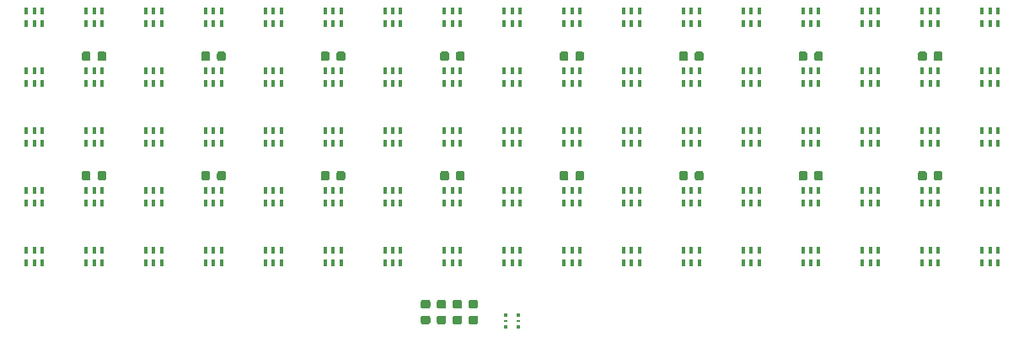
<source format=gbr>
G04 #@! TF.GenerationSoftware,KiCad,Pcbnew,(5.1.5-0-10_14)*
G04 #@! TF.CreationDate,2020-04-22T00:02:06+01:00*
G04 #@! TF.ProjectId,Display,44697370-6c61-4792-9e6b-696361645f70,rev?*
G04 #@! TF.SameCoordinates,Original*
G04 #@! TF.FileFunction,Paste,Top*
G04 #@! TF.FilePolarity,Positive*
%FSLAX46Y46*%
G04 Gerber Fmt 4.6, Leading zero omitted, Abs format (unit mm)*
G04 Created by KiCad (PCBNEW (5.1.5-0-10_14)) date 2020-04-22 00:02:06*
%MOMM*%
%LPD*%
G04 APERTURE LIST*
%ADD10C,0.100000*%
%ADD11R,0.400000X0.400000*%
%ADD12R,0.400000X0.200000*%
%ADD13R,0.400000X0.700000*%
G04 APERTURE END LIST*
D10*
G36*
X173577691Y-88376053D02*
G01*
X173598926Y-88379203D01*
X173619750Y-88384419D01*
X173639962Y-88391651D01*
X173659368Y-88400830D01*
X173677781Y-88411866D01*
X173695024Y-88424654D01*
X173710930Y-88439070D01*
X173725346Y-88454976D01*
X173738134Y-88472219D01*
X173749170Y-88490632D01*
X173758349Y-88510038D01*
X173765581Y-88530250D01*
X173770797Y-88551074D01*
X173773947Y-88572309D01*
X173775000Y-88593750D01*
X173775000Y-89031250D01*
X173773947Y-89052691D01*
X173770797Y-89073926D01*
X173765581Y-89094750D01*
X173758349Y-89114962D01*
X173749170Y-89134368D01*
X173738134Y-89152781D01*
X173725346Y-89170024D01*
X173710930Y-89185930D01*
X173695024Y-89200346D01*
X173677781Y-89213134D01*
X173659368Y-89224170D01*
X173639962Y-89233349D01*
X173619750Y-89240581D01*
X173598926Y-89245797D01*
X173577691Y-89248947D01*
X173556250Y-89250000D01*
X173043750Y-89250000D01*
X173022309Y-89248947D01*
X173001074Y-89245797D01*
X172980250Y-89240581D01*
X172960038Y-89233349D01*
X172940632Y-89224170D01*
X172922219Y-89213134D01*
X172904976Y-89200346D01*
X172889070Y-89185930D01*
X172874654Y-89170024D01*
X172861866Y-89152781D01*
X172850830Y-89134368D01*
X172841651Y-89114962D01*
X172834419Y-89094750D01*
X172829203Y-89073926D01*
X172826053Y-89052691D01*
X172825000Y-89031250D01*
X172825000Y-88593750D01*
X172826053Y-88572309D01*
X172829203Y-88551074D01*
X172834419Y-88530250D01*
X172841651Y-88510038D01*
X172850830Y-88490632D01*
X172861866Y-88472219D01*
X172874654Y-88454976D01*
X172889070Y-88439070D01*
X172904976Y-88424654D01*
X172922219Y-88411866D01*
X172940632Y-88400830D01*
X172960038Y-88391651D01*
X172980250Y-88384419D01*
X173001074Y-88379203D01*
X173022309Y-88376053D01*
X173043750Y-88375000D01*
X173556250Y-88375000D01*
X173577691Y-88376053D01*
G37*
G36*
X173577691Y-89951053D02*
G01*
X173598926Y-89954203D01*
X173619750Y-89959419D01*
X173639962Y-89966651D01*
X173659368Y-89975830D01*
X173677781Y-89986866D01*
X173695024Y-89999654D01*
X173710930Y-90014070D01*
X173725346Y-90029976D01*
X173738134Y-90047219D01*
X173749170Y-90065632D01*
X173758349Y-90085038D01*
X173765581Y-90105250D01*
X173770797Y-90126074D01*
X173773947Y-90147309D01*
X173775000Y-90168750D01*
X173775000Y-90606250D01*
X173773947Y-90627691D01*
X173770797Y-90648926D01*
X173765581Y-90669750D01*
X173758349Y-90689962D01*
X173749170Y-90709368D01*
X173738134Y-90727781D01*
X173725346Y-90745024D01*
X173710930Y-90760930D01*
X173695024Y-90775346D01*
X173677781Y-90788134D01*
X173659368Y-90799170D01*
X173639962Y-90808349D01*
X173619750Y-90815581D01*
X173598926Y-90820797D01*
X173577691Y-90823947D01*
X173556250Y-90825000D01*
X173043750Y-90825000D01*
X173022309Y-90823947D01*
X173001074Y-90820797D01*
X172980250Y-90815581D01*
X172960038Y-90808349D01*
X172940632Y-90799170D01*
X172922219Y-90788134D01*
X172904976Y-90775346D01*
X172889070Y-90760930D01*
X172874654Y-90745024D01*
X172861866Y-90727781D01*
X172850830Y-90709368D01*
X172841651Y-90689962D01*
X172834419Y-90669750D01*
X172829203Y-90648926D01*
X172826053Y-90627691D01*
X172825000Y-90606250D01*
X172825000Y-90168750D01*
X172826053Y-90147309D01*
X172829203Y-90126074D01*
X172834419Y-90105250D01*
X172841651Y-90085038D01*
X172850830Y-90065632D01*
X172861866Y-90047219D01*
X172874654Y-90029976D01*
X172889070Y-90014070D01*
X172904976Y-89999654D01*
X172922219Y-89986866D01*
X172940632Y-89975830D01*
X172960038Y-89966651D01*
X172980250Y-89959419D01*
X173001074Y-89954203D01*
X173022309Y-89951053D01*
X173043750Y-89950000D01*
X173556250Y-89950000D01*
X173577691Y-89951053D01*
G37*
G36*
X175177691Y-89951053D02*
G01*
X175198926Y-89954203D01*
X175219750Y-89959419D01*
X175239962Y-89966651D01*
X175259368Y-89975830D01*
X175277781Y-89986866D01*
X175295024Y-89999654D01*
X175310930Y-90014070D01*
X175325346Y-90029976D01*
X175338134Y-90047219D01*
X175349170Y-90065632D01*
X175358349Y-90085038D01*
X175365581Y-90105250D01*
X175370797Y-90126074D01*
X175373947Y-90147309D01*
X175375000Y-90168750D01*
X175375000Y-90606250D01*
X175373947Y-90627691D01*
X175370797Y-90648926D01*
X175365581Y-90669750D01*
X175358349Y-90689962D01*
X175349170Y-90709368D01*
X175338134Y-90727781D01*
X175325346Y-90745024D01*
X175310930Y-90760930D01*
X175295024Y-90775346D01*
X175277781Y-90788134D01*
X175259368Y-90799170D01*
X175239962Y-90808349D01*
X175219750Y-90815581D01*
X175198926Y-90820797D01*
X175177691Y-90823947D01*
X175156250Y-90825000D01*
X174643750Y-90825000D01*
X174622309Y-90823947D01*
X174601074Y-90820797D01*
X174580250Y-90815581D01*
X174560038Y-90808349D01*
X174540632Y-90799170D01*
X174522219Y-90788134D01*
X174504976Y-90775346D01*
X174489070Y-90760930D01*
X174474654Y-90745024D01*
X174461866Y-90727781D01*
X174450830Y-90709368D01*
X174441651Y-90689962D01*
X174434419Y-90669750D01*
X174429203Y-90648926D01*
X174426053Y-90627691D01*
X174425000Y-90606250D01*
X174425000Y-90168750D01*
X174426053Y-90147309D01*
X174429203Y-90126074D01*
X174434419Y-90105250D01*
X174441651Y-90085038D01*
X174450830Y-90065632D01*
X174461866Y-90047219D01*
X174474654Y-90029976D01*
X174489070Y-90014070D01*
X174504976Y-89999654D01*
X174522219Y-89986866D01*
X174540632Y-89975830D01*
X174560038Y-89966651D01*
X174580250Y-89959419D01*
X174601074Y-89954203D01*
X174622309Y-89951053D01*
X174643750Y-89950000D01*
X175156250Y-89950000D01*
X175177691Y-89951053D01*
G37*
G36*
X175177691Y-88376053D02*
G01*
X175198926Y-88379203D01*
X175219750Y-88384419D01*
X175239962Y-88391651D01*
X175259368Y-88400830D01*
X175277781Y-88411866D01*
X175295024Y-88424654D01*
X175310930Y-88439070D01*
X175325346Y-88454976D01*
X175338134Y-88472219D01*
X175349170Y-88490632D01*
X175358349Y-88510038D01*
X175365581Y-88530250D01*
X175370797Y-88551074D01*
X175373947Y-88572309D01*
X175375000Y-88593750D01*
X175375000Y-89031250D01*
X175373947Y-89052691D01*
X175370797Y-89073926D01*
X175365581Y-89094750D01*
X175358349Y-89114962D01*
X175349170Y-89134368D01*
X175338134Y-89152781D01*
X175325346Y-89170024D01*
X175310930Y-89185930D01*
X175295024Y-89200346D01*
X175277781Y-89213134D01*
X175259368Y-89224170D01*
X175239962Y-89233349D01*
X175219750Y-89240581D01*
X175198926Y-89245797D01*
X175177691Y-89248947D01*
X175156250Y-89250000D01*
X174643750Y-89250000D01*
X174622309Y-89248947D01*
X174601074Y-89245797D01*
X174580250Y-89240581D01*
X174560038Y-89233349D01*
X174540632Y-89224170D01*
X174522219Y-89213134D01*
X174504976Y-89200346D01*
X174489070Y-89185930D01*
X174474654Y-89170024D01*
X174461866Y-89152781D01*
X174450830Y-89134368D01*
X174441651Y-89114962D01*
X174434419Y-89094750D01*
X174429203Y-89073926D01*
X174426053Y-89052691D01*
X174425000Y-89031250D01*
X174425000Y-88593750D01*
X174426053Y-88572309D01*
X174429203Y-88551074D01*
X174434419Y-88530250D01*
X174441651Y-88510038D01*
X174450830Y-88490632D01*
X174461866Y-88472219D01*
X174474654Y-88454976D01*
X174489070Y-88439070D01*
X174504976Y-88424654D01*
X174522219Y-88411866D01*
X174540632Y-88400830D01*
X174560038Y-88391651D01*
X174580250Y-88384419D01*
X174601074Y-88379203D01*
X174622309Y-88376053D01*
X174643750Y-88375000D01*
X175156250Y-88375000D01*
X175177691Y-88376053D01*
G37*
G36*
X178377691Y-89951053D02*
G01*
X178398926Y-89954203D01*
X178419750Y-89959419D01*
X178439962Y-89966651D01*
X178459368Y-89975830D01*
X178477781Y-89986866D01*
X178495024Y-89999654D01*
X178510930Y-90014070D01*
X178525346Y-90029976D01*
X178538134Y-90047219D01*
X178549170Y-90065632D01*
X178558349Y-90085038D01*
X178565581Y-90105250D01*
X178570797Y-90126074D01*
X178573947Y-90147309D01*
X178575000Y-90168750D01*
X178575000Y-90606250D01*
X178573947Y-90627691D01*
X178570797Y-90648926D01*
X178565581Y-90669750D01*
X178558349Y-90689962D01*
X178549170Y-90709368D01*
X178538134Y-90727781D01*
X178525346Y-90745024D01*
X178510930Y-90760930D01*
X178495024Y-90775346D01*
X178477781Y-90788134D01*
X178459368Y-90799170D01*
X178439962Y-90808349D01*
X178419750Y-90815581D01*
X178398926Y-90820797D01*
X178377691Y-90823947D01*
X178356250Y-90825000D01*
X177843750Y-90825000D01*
X177822309Y-90823947D01*
X177801074Y-90820797D01*
X177780250Y-90815581D01*
X177760038Y-90808349D01*
X177740632Y-90799170D01*
X177722219Y-90788134D01*
X177704976Y-90775346D01*
X177689070Y-90760930D01*
X177674654Y-90745024D01*
X177661866Y-90727781D01*
X177650830Y-90709368D01*
X177641651Y-90689962D01*
X177634419Y-90669750D01*
X177629203Y-90648926D01*
X177626053Y-90627691D01*
X177625000Y-90606250D01*
X177625000Y-90168750D01*
X177626053Y-90147309D01*
X177629203Y-90126074D01*
X177634419Y-90105250D01*
X177641651Y-90085038D01*
X177650830Y-90065632D01*
X177661866Y-90047219D01*
X177674654Y-90029976D01*
X177689070Y-90014070D01*
X177704976Y-89999654D01*
X177722219Y-89986866D01*
X177740632Y-89975830D01*
X177760038Y-89966651D01*
X177780250Y-89959419D01*
X177801074Y-89954203D01*
X177822309Y-89951053D01*
X177843750Y-89950000D01*
X178356250Y-89950000D01*
X178377691Y-89951053D01*
G37*
G36*
X178377691Y-88376053D02*
G01*
X178398926Y-88379203D01*
X178419750Y-88384419D01*
X178439962Y-88391651D01*
X178459368Y-88400830D01*
X178477781Y-88411866D01*
X178495024Y-88424654D01*
X178510930Y-88439070D01*
X178525346Y-88454976D01*
X178538134Y-88472219D01*
X178549170Y-88490632D01*
X178558349Y-88510038D01*
X178565581Y-88530250D01*
X178570797Y-88551074D01*
X178573947Y-88572309D01*
X178575000Y-88593750D01*
X178575000Y-89031250D01*
X178573947Y-89052691D01*
X178570797Y-89073926D01*
X178565581Y-89094750D01*
X178558349Y-89114962D01*
X178549170Y-89134368D01*
X178538134Y-89152781D01*
X178525346Y-89170024D01*
X178510930Y-89185930D01*
X178495024Y-89200346D01*
X178477781Y-89213134D01*
X178459368Y-89224170D01*
X178439962Y-89233349D01*
X178419750Y-89240581D01*
X178398926Y-89245797D01*
X178377691Y-89248947D01*
X178356250Y-89250000D01*
X177843750Y-89250000D01*
X177822309Y-89248947D01*
X177801074Y-89245797D01*
X177780250Y-89240581D01*
X177760038Y-89233349D01*
X177740632Y-89224170D01*
X177722219Y-89213134D01*
X177704976Y-89200346D01*
X177689070Y-89185930D01*
X177674654Y-89170024D01*
X177661866Y-89152781D01*
X177650830Y-89134368D01*
X177641651Y-89114962D01*
X177634419Y-89094750D01*
X177629203Y-89073926D01*
X177626053Y-89052691D01*
X177625000Y-89031250D01*
X177625000Y-88593750D01*
X177626053Y-88572309D01*
X177629203Y-88551074D01*
X177634419Y-88530250D01*
X177641651Y-88510038D01*
X177650830Y-88490632D01*
X177661866Y-88472219D01*
X177674654Y-88454976D01*
X177689070Y-88439070D01*
X177704976Y-88424654D01*
X177722219Y-88411866D01*
X177740632Y-88400830D01*
X177760038Y-88391651D01*
X177780250Y-88384419D01*
X177801074Y-88379203D01*
X177822309Y-88376053D01*
X177843750Y-88375000D01*
X178356250Y-88375000D01*
X178377691Y-88376053D01*
G37*
D11*
X181350000Y-91100000D03*
X181350000Y-89900000D03*
D12*
X181350000Y-90500000D03*
D11*
X182650000Y-91100000D03*
D12*
X182650000Y-90500000D03*
D11*
X182650000Y-89900000D03*
D10*
G36*
X225027691Y-75426053D02*
G01*
X225048926Y-75429203D01*
X225069750Y-75434419D01*
X225089962Y-75441651D01*
X225109368Y-75450830D01*
X225127781Y-75461866D01*
X225145024Y-75474654D01*
X225160930Y-75489070D01*
X225175346Y-75504976D01*
X225188134Y-75522219D01*
X225199170Y-75540632D01*
X225208349Y-75560038D01*
X225215581Y-75580250D01*
X225220797Y-75601074D01*
X225223947Y-75622309D01*
X225225000Y-75643750D01*
X225225000Y-76156250D01*
X225223947Y-76177691D01*
X225220797Y-76198926D01*
X225215581Y-76219750D01*
X225208349Y-76239962D01*
X225199170Y-76259368D01*
X225188134Y-76277781D01*
X225175346Y-76295024D01*
X225160930Y-76310930D01*
X225145024Y-76325346D01*
X225127781Y-76338134D01*
X225109368Y-76349170D01*
X225089962Y-76358349D01*
X225069750Y-76365581D01*
X225048926Y-76370797D01*
X225027691Y-76373947D01*
X225006250Y-76375000D01*
X224568750Y-76375000D01*
X224547309Y-76373947D01*
X224526074Y-76370797D01*
X224505250Y-76365581D01*
X224485038Y-76358349D01*
X224465632Y-76349170D01*
X224447219Y-76338134D01*
X224429976Y-76325346D01*
X224414070Y-76310930D01*
X224399654Y-76295024D01*
X224386866Y-76277781D01*
X224375830Y-76259368D01*
X224366651Y-76239962D01*
X224359419Y-76219750D01*
X224354203Y-76198926D01*
X224351053Y-76177691D01*
X224350000Y-76156250D01*
X224350000Y-75643750D01*
X224351053Y-75622309D01*
X224354203Y-75601074D01*
X224359419Y-75580250D01*
X224366651Y-75560038D01*
X224375830Y-75540632D01*
X224386866Y-75522219D01*
X224399654Y-75504976D01*
X224414070Y-75489070D01*
X224429976Y-75474654D01*
X224447219Y-75461866D01*
X224465632Y-75450830D01*
X224485038Y-75441651D01*
X224505250Y-75434419D01*
X224526074Y-75429203D01*
X224547309Y-75426053D01*
X224568750Y-75425000D01*
X225006250Y-75425000D01*
X225027691Y-75426053D01*
G37*
G36*
X223452691Y-75426053D02*
G01*
X223473926Y-75429203D01*
X223494750Y-75434419D01*
X223514962Y-75441651D01*
X223534368Y-75450830D01*
X223552781Y-75461866D01*
X223570024Y-75474654D01*
X223585930Y-75489070D01*
X223600346Y-75504976D01*
X223613134Y-75522219D01*
X223624170Y-75540632D01*
X223633349Y-75560038D01*
X223640581Y-75580250D01*
X223645797Y-75601074D01*
X223648947Y-75622309D01*
X223650000Y-75643750D01*
X223650000Y-76156250D01*
X223648947Y-76177691D01*
X223645797Y-76198926D01*
X223640581Y-76219750D01*
X223633349Y-76239962D01*
X223624170Y-76259368D01*
X223613134Y-76277781D01*
X223600346Y-76295024D01*
X223585930Y-76310930D01*
X223570024Y-76325346D01*
X223552781Y-76338134D01*
X223534368Y-76349170D01*
X223514962Y-76358349D01*
X223494750Y-76365581D01*
X223473926Y-76370797D01*
X223452691Y-76373947D01*
X223431250Y-76375000D01*
X222993750Y-76375000D01*
X222972309Y-76373947D01*
X222951074Y-76370797D01*
X222930250Y-76365581D01*
X222910038Y-76358349D01*
X222890632Y-76349170D01*
X222872219Y-76338134D01*
X222854976Y-76325346D01*
X222839070Y-76310930D01*
X222824654Y-76295024D01*
X222811866Y-76277781D01*
X222800830Y-76259368D01*
X222791651Y-76239962D01*
X222784419Y-76219750D01*
X222779203Y-76198926D01*
X222776053Y-76177691D01*
X222775000Y-76156250D01*
X222775000Y-75643750D01*
X222776053Y-75622309D01*
X222779203Y-75601074D01*
X222784419Y-75580250D01*
X222791651Y-75560038D01*
X222800830Y-75540632D01*
X222811866Y-75522219D01*
X222824654Y-75504976D01*
X222839070Y-75489070D01*
X222854976Y-75474654D01*
X222872219Y-75461866D01*
X222890632Y-75450830D01*
X222910038Y-75441651D01*
X222930250Y-75434419D01*
X222951074Y-75429203D01*
X222972309Y-75426053D01*
X222993750Y-75425000D01*
X223431250Y-75425000D01*
X223452691Y-75426053D01*
G37*
G36*
X213027691Y-75426053D02*
G01*
X213048926Y-75429203D01*
X213069750Y-75434419D01*
X213089962Y-75441651D01*
X213109368Y-75450830D01*
X213127781Y-75461866D01*
X213145024Y-75474654D01*
X213160930Y-75489070D01*
X213175346Y-75504976D01*
X213188134Y-75522219D01*
X213199170Y-75540632D01*
X213208349Y-75560038D01*
X213215581Y-75580250D01*
X213220797Y-75601074D01*
X213223947Y-75622309D01*
X213225000Y-75643750D01*
X213225000Y-76156250D01*
X213223947Y-76177691D01*
X213220797Y-76198926D01*
X213215581Y-76219750D01*
X213208349Y-76239962D01*
X213199170Y-76259368D01*
X213188134Y-76277781D01*
X213175346Y-76295024D01*
X213160930Y-76310930D01*
X213145024Y-76325346D01*
X213127781Y-76338134D01*
X213109368Y-76349170D01*
X213089962Y-76358349D01*
X213069750Y-76365581D01*
X213048926Y-76370797D01*
X213027691Y-76373947D01*
X213006250Y-76375000D01*
X212568750Y-76375000D01*
X212547309Y-76373947D01*
X212526074Y-76370797D01*
X212505250Y-76365581D01*
X212485038Y-76358349D01*
X212465632Y-76349170D01*
X212447219Y-76338134D01*
X212429976Y-76325346D01*
X212414070Y-76310930D01*
X212399654Y-76295024D01*
X212386866Y-76277781D01*
X212375830Y-76259368D01*
X212366651Y-76239962D01*
X212359419Y-76219750D01*
X212354203Y-76198926D01*
X212351053Y-76177691D01*
X212350000Y-76156250D01*
X212350000Y-75643750D01*
X212351053Y-75622309D01*
X212354203Y-75601074D01*
X212359419Y-75580250D01*
X212366651Y-75560038D01*
X212375830Y-75540632D01*
X212386866Y-75522219D01*
X212399654Y-75504976D01*
X212414070Y-75489070D01*
X212429976Y-75474654D01*
X212447219Y-75461866D01*
X212465632Y-75450830D01*
X212485038Y-75441651D01*
X212505250Y-75434419D01*
X212526074Y-75429203D01*
X212547309Y-75426053D01*
X212568750Y-75425000D01*
X213006250Y-75425000D01*
X213027691Y-75426053D01*
G37*
G36*
X211452691Y-75426053D02*
G01*
X211473926Y-75429203D01*
X211494750Y-75434419D01*
X211514962Y-75441651D01*
X211534368Y-75450830D01*
X211552781Y-75461866D01*
X211570024Y-75474654D01*
X211585930Y-75489070D01*
X211600346Y-75504976D01*
X211613134Y-75522219D01*
X211624170Y-75540632D01*
X211633349Y-75560038D01*
X211640581Y-75580250D01*
X211645797Y-75601074D01*
X211648947Y-75622309D01*
X211650000Y-75643750D01*
X211650000Y-76156250D01*
X211648947Y-76177691D01*
X211645797Y-76198926D01*
X211640581Y-76219750D01*
X211633349Y-76239962D01*
X211624170Y-76259368D01*
X211613134Y-76277781D01*
X211600346Y-76295024D01*
X211585930Y-76310930D01*
X211570024Y-76325346D01*
X211552781Y-76338134D01*
X211534368Y-76349170D01*
X211514962Y-76358349D01*
X211494750Y-76365581D01*
X211473926Y-76370797D01*
X211452691Y-76373947D01*
X211431250Y-76375000D01*
X210993750Y-76375000D01*
X210972309Y-76373947D01*
X210951074Y-76370797D01*
X210930250Y-76365581D01*
X210910038Y-76358349D01*
X210890632Y-76349170D01*
X210872219Y-76338134D01*
X210854976Y-76325346D01*
X210839070Y-76310930D01*
X210824654Y-76295024D01*
X210811866Y-76277781D01*
X210800830Y-76259368D01*
X210791651Y-76239962D01*
X210784419Y-76219750D01*
X210779203Y-76198926D01*
X210776053Y-76177691D01*
X210775000Y-76156250D01*
X210775000Y-75643750D01*
X210776053Y-75622309D01*
X210779203Y-75601074D01*
X210784419Y-75580250D01*
X210791651Y-75560038D01*
X210800830Y-75540632D01*
X210811866Y-75522219D01*
X210824654Y-75504976D01*
X210839070Y-75489070D01*
X210854976Y-75474654D01*
X210872219Y-75461866D01*
X210890632Y-75450830D01*
X210910038Y-75441651D01*
X210930250Y-75434419D01*
X210951074Y-75429203D01*
X210972309Y-75426053D01*
X210993750Y-75425000D01*
X211431250Y-75425000D01*
X211452691Y-75426053D01*
G37*
G36*
X199452691Y-75426053D02*
G01*
X199473926Y-75429203D01*
X199494750Y-75434419D01*
X199514962Y-75441651D01*
X199534368Y-75450830D01*
X199552781Y-75461866D01*
X199570024Y-75474654D01*
X199585930Y-75489070D01*
X199600346Y-75504976D01*
X199613134Y-75522219D01*
X199624170Y-75540632D01*
X199633349Y-75560038D01*
X199640581Y-75580250D01*
X199645797Y-75601074D01*
X199648947Y-75622309D01*
X199650000Y-75643750D01*
X199650000Y-76156250D01*
X199648947Y-76177691D01*
X199645797Y-76198926D01*
X199640581Y-76219750D01*
X199633349Y-76239962D01*
X199624170Y-76259368D01*
X199613134Y-76277781D01*
X199600346Y-76295024D01*
X199585930Y-76310930D01*
X199570024Y-76325346D01*
X199552781Y-76338134D01*
X199534368Y-76349170D01*
X199514962Y-76358349D01*
X199494750Y-76365581D01*
X199473926Y-76370797D01*
X199452691Y-76373947D01*
X199431250Y-76375000D01*
X198993750Y-76375000D01*
X198972309Y-76373947D01*
X198951074Y-76370797D01*
X198930250Y-76365581D01*
X198910038Y-76358349D01*
X198890632Y-76349170D01*
X198872219Y-76338134D01*
X198854976Y-76325346D01*
X198839070Y-76310930D01*
X198824654Y-76295024D01*
X198811866Y-76277781D01*
X198800830Y-76259368D01*
X198791651Y-76239962D01*
X198784419Y-76219750D01*
X198779203Y-76198926D01*
X198776053Y-76177691D01*
X198775000Y-76156250D01*
X198775000Y-75643750D01*
X198776053Y-75622309D01*
X198779203Y-75601074D01*
X198784419Y-75580250D01*
X198791651Y-75560038D01*
X198800830Y-75540632D01*
X198811866Y-75522219D01*
X198824654Y-75504976D01*
X198839070Y-75489070D01*
X198854976Y-75474654D01*
X198872219Y-75461866D01*
X198890632Y-75450830D01*
X198910038Y-75441651D01*
X198930250Y-75434419D01*
X198951074Y-75429203D01*
X198972309Y-75426053D01*
X198993750Y-75425000D01*
X199431250Y-75425000D01*
X199452691Y-75426053D01*
G37*
G36*
X201027691Y-75426053D02*
G01*
X201048926Y-75429203D01*
X201069750Y-75434419D01*
X201089962Y-75441651D01*
X201109368Y-75450830D01*
X201127781Y-75461866D01*
X201145024Y-75474654D01*
X201160930Y-75489070D01*
X201175346Y-75504976D01*
X201188134Y-75522219D01*
X201199170Y-75540632D01*
X201208349Y-75560038D01*
X201215581Y-75580250D01*
X201220797Y-75601074D01*
X201223947Y-75622309D01*
X201225000Y-75643750D01*
X201225000Y-76156250D01*
X201223947Y-76177691D01*
X201220797Y-76198926D01*
X201215581Y-76219750D01*
X201208349Y-76239962D01*
X201199170Y-76259368D01*
X201188134Y-76277781D01*
X201175346Y-76295024D01*
X201160930Y-76310930D01*
X201145024Y-76325346D01*
X201127781Y-76338134D01*
X201109368Y-76349170D01*
X201089962Y-76358349D01*
X201069750Y-76365581D01*
X201048926Y-76370797D01*
X201027691Y-76373947D01*
X201006250Y-76375000D01*
X200568750Y-76375000D01*
X200547309Y-76373947D01*
X200526074Y-76370797D01*
X200505250Y-76365581D01*
X200485038Y-76358349D01*
X200465632Y-76349170D01*
X200447219Y-76338134D01*
X200429976Y-76325346D01*
X200414070Y-76310930D01*
X200399654Y-76295024D01*
X200386866Y-76277781D01*
X200375830Y-76259368D01*
X200366651Y-76239962D01*
X200359419Y-76219750D01*
X200354203Y-76198926D01*
X200351053Y-76177691D01*
X200350000Y-76156250D01*
X200350000Y-75643750D01*
X200351053Y-75622309D01*
X200354203Y-75601074D01*
X200359419Y-75580250D01*
X200366651Y-75560038D01*
X200375830Y-75540632D01*
X200386866Y-75522219D01*
X200399654Y-75504976D01*
X200414070Y-75489070D01*
X200429976Y-75474654D01*
X200447219Y-75461866D01*
X200465632Y-75450830D01*
X200485038Y-75441651D01*
X200505250Y-75434419D01*
X200526074Y-75429203D01*
X200547309Y-75426053D01*
X200568750Y-75425000D01*
X201006250Y-75425000D01*
X201027691Y-75426053D01*
G37*
G36*
X189027691Y-75426053D02*
G01*
X189048926Y-75429203D01*
X189069750Y-75434419D01*
X189089962Y-75441651D01*
X189109368Y-75450830D01*
X189127781Y-75461866D01*
X189145024Y-75474654D01*
X189160930Y-75489070D01*
X189175346Y-75504976D01*
X189188134Y-75522219D01*
X189199170Y-75540632D01*
X189208349Y-75560038D01*
X189215581Y-75580250D01*
X189220797Y-75601074D01*
X189223947Y-75622309D01*
X189225000Y-75643750D01*
X189225000Y-76156250D01*
X189223947Y-76177691D01*
X189220797Y-76198926D01*
X189215581Y-76219750D01*
X189208349Y-76239962D01*
X189199170Y-76259368D01*
X189188134Y-76277781D01*
X189175346Y-76295024D01*
X189160930Y-76310930D01*
X189145024Y-76325346D01*
X189127781Y-76338134D01*
X189109368Y-76349170D01*
X189089962Y-76358349D01*
X189069750Y-76365581D01*
X189048926Y-76370797D01*
X189027691Y-76373947D01*
X189006250Y-76375000D01*
X188568750Y-76375000D01*
X188547309Y-76373947D01*
X188526074Y-76370797D01*
X188505250Y-76365581D01*
X188485038Y-76358349D01*
X188465632Y-76349170D01*
X188447219Y-76338134D01*
X188429976Y-76325346D01*
X188414070Y-76310930D01*
X188399654Y-76295024D01*
X188386866Y-76277781D01*
X188375830Y-76259368D01*
X188366651Y-76239962D01*
X188359419Y-76219750D01*
X188354203Y-76198926D01*
X188351053Y-76177691D01*
X188350000Y-76156250D01*
X188350000Y-75643750D01*
X188351053Y-75622309D01*
X188354203Y-75601074D01*
X188359419Y-75580250D01*
X188366651Y-75560038D01*
X188375830Y-75540632D01*
X188386866Y-75522219D01*
X188399654Y-75504976D01*
X188414070Y-75489070D01*
X188429976Y-75474654D01*
X188447219Y-75461866D01*
X188465632Y-75450830D01*
X188485038Y-75441651D01*
X188505250Y-75434419D01*
X188526074Y-75429203D01*
X188547309Y-75426053D01*
X188568750Y-75425000D01*
X189006250Y-75425000D01*
X189027691Y-75426053D01*
G37*
G36*
X187452691Y-75426053D02*
G01*
X187473926Y-75429203D01*
X187494750Y-75434419D01*
X187514962Y-75441651D01*
X187534368Y-75450830D01*
X187552781Y-75461866D01*
X187570024Y-75474654D01*
X187585930Y-75489070D01*
X187600346Y-75504976D01*
X187613134Y-75522219D01*
X187624170Y-75540632D01*
X187633349Y-75560038D01*
X187640581Y-75580250D01*
X187645797Y-75601074D01*
X187648947Y-75622309D01*
X187650000Y-75643750D01*
X187650000Y-76156250D01*
X187648947Y-76177691D01*
X187645797Y-76198926D01*
X187640581Y-76219750D01*
X187633349Y-76239962D01*
X187624170Y-76259368D01*
X187613134Y-76277781D01*
X187600346Y-76295024D01*
X187585930Y-76310930D01*
X187570024Y-76325346D01*
X187552781Y-76338134D01*
X187534368Y-76349170D01*
X187514962Y-76358349D01*
X187494750Y-76365581D01*
X187473926Y-76370797D01*
X187452691Y-76373947D01*
X187431250Y-76375000D01*
X186993750Y-76375000D01*
X186972309Y-76373947D01*
X186951074Y-76370797D01*
X186930250Y-76365581D01*
X186910038Y-76358349D01*
X186890632Y-76349170D01*
X186872219Y-76338134D01*
X186854976Y-76325346D01*
X186839070Y-76310930D01*
X186824654Y-76295024D01*
X186811866Y-76277781D01*
X186800830Y-76259368D01*
X186791651Y-76239962D01*
X186784419Y-76219750D01*
X186779203Y-76198926D01*
X186776053Y-76177691D01*
X186775000Y-76156250D01*
X186775000Y-75643750D01*
X186776053Y-75622309D01*
X186779203Y-75601074D01*
X186784419Y-75580250D01*
X186791651Y-75560038D01*
X186800830Y-75540632D01*
X186811866Y-75522219D01*
X186824654Y-75504976D01*
X186839070Y-75489070D01*
X186854976Y-75474654D01*
X186872219Y-75461866D01*
X186890632Y-75450830D01*
X186910038Y-75441651D01*
X186930250Y-75434419D01*
X186951074Y-75429203D01*
X186972309Y-75426053D01*
X186993750Y-75425000D01*
X187431250Y-75425000D01*
X187452691Y-75426053D01*
G37*
G36*
X175452691Y-75426053D02*
G01*
X175473926Y-75429203D01*
X175494750Y-75434419D01*
X175514962Y-75441651D01*
X175534368Y-75450830D01*
X175552781Y-75461866D01*
X175570024Y-75474654D01*
X175585930Y-75489070D01*
X175600346Y-75504976D01*
X175613134Y-75522219D01*
X175624170Y-75540632D01*
X175633349Y-75560038D01*
X175640581Y-75580250D01*
X175645797Y-75601074D01*
X175648947Y-75622309D01*
X175650000Y-75643750D01*
X175650000Y-76156250D01*
X175648947Y-76177691D01*
X175645797Y-76198926D01*
X175640581Y-76219750D01*
X175633349Y-76239962D01*
X175624170Y-76259368D01*
X175613134Y-76277781D01*
X175600346Y-76295024D01*
X175585930Y-76310930D01*
X175570024Y-76325346D01*
X175552781Y-76338134D01*
X175534368Y-76349170D01*
X175514962Y-76358349D01*
X175494750Y-76365581D01*
X175473926Y-76370797D01*
X175452691Y-76373947D01*
X175431250Y-76375000D01*
X174993750Y-76375000D01*
X174972309Y-76373947D01*
X174951074Y-76370797D01*
X174930250Y-76365581D01*
X174910038Y-76358349D01*
X174890632Y-76349170D01*
X174872219Y-76338134D01*
X174854976Y-76325346D01*
X174839070Y-76310930D01*
X174824654Y-76295024D01*
X174811866Y-76277781D01*
X174800830Y-76259368D01*
X174791651Y-76239962D01*
X174784419Y-76219750D01*
X174779203Y-76198926D01*
X174776053Y-76177691D01*
X174775000Y-76156250D01*
X174775000Y-75643750D01*
X174776053Y-75622309D01*
X174779203Y-75601074D01*
X174784419Y-75580250D01*
X174791651Y-75560038D01*
X174800830Y-75540632D01*
X174811866Y-75522219D01*
X174824654Y-75504976D01*
X174839070Y-75489070D01*
X174854976Y-75474654D01*
X174872219Y-75461866D01*
X174890632Y-75450830D01*
X174910038Y-75441651D01*
X174930250Y-75434419D01*
X174951074Y-75429203D01*
X174972309Y-75426053D01*
X174993750Y-75425000D01*
X175431250Y-75425000D01*
X175452691Y-75426053D01*
G37*
G36*
X177027691Y-75426053D02*
G01*
X177048926Y-75429203D01*
X177069750Y-75434419D01*
X177089962Y-75441651D01*
X177109368Y-75450830D01*
X177127781Y-75461866D01*
X177145024Y-75474654D01*
X177160930Y-75489070D01*
X177175346Y-75504976D01*
X177188134Y-75522219D01*
X177199170Y-75540632D01*
X177208349Y-75560038D01*
X177215581Y-75580250D01*
X177220797Y-75601074D01*
X177223947Y-75622309D01*
X177225000Y-75643750D01*
X177225000Y-76156250D01*
X177223947Y-76177691D01*
X177220797Y-76198926D01*
X177215581Y-76219750D01*
X177208349Y-76239962D01*
X177199170Y-76259368D01*
X177188134Y-76277781D01*
X177175346Y-76295024D01*
X177160930Y-76310930D01*
X177145024Y-76325346D01*
X177127781Y-76338134D01*
X177109368Y-76349170D01*
X177089962Y-76358349D01*
X177069750Y-76365581D01*
X177048926Y-76370797D01*
X177027691Y-76373947D01*
X177006250Y-76375000D01*
X176568750Y-76375000D01*
X176547309Y-76373947D01*
X176526074Y-76370797D01*
X176505250Y-76365581D01*
X176485038Y-76358349D01*
X176465632Y-76349170D01*
X176447219Y-76338134D01*
X176429976Y-76325346D01*
X176414070Y-76310930D01*
X176399654Y-76295024D01*
X176386866Y-76277781D01*
X176375830Y-76259368D01*
X176366651Y-76239962D01*
X176359419Y-76219750D01*
X176354203Y-76198926D01*
X176351053Y-76177691D01*
X176350000Y-76156250D01*
X176350000Y-75643750D01*
X176351053Y-75622309D01*
X176354203Y-75601074D01*
X176359419Y-75580250D01*
X176366651Y-75560038D01*
X176375830Y-75540632D01*
X176386866Y-75522219D01*
X176399654Y-75504976D01*
X176414070Y-75489070D01*
X176429976Y-75474654D01*
X176447219Y-75461866D01*
X176465632Y-75450830D01*
X176485038Y-75441651D01*
X176505250Y-75434419D01*
X176526074Y-75429203D01*
X176547309Y-75426053D01*
X176568750Y-75425000D01*
X177006250Y-75425000D01*
X177027691Y-75426053D01*
G37*
G36*
X165027691Y-75426053D02*
G01*
X165048926Y-75429203D01*
X165069750Y-75434419D01*
X165089962Y-75441651D01*
X165109368Y-75450830D01*
X165127781Y-75461866D01*
X165145024Y-75474654D01*
X165160930Y-75489070D01*
X165175346Y-75504976D01*
X165188134Y-75522219D01*
X165199170Y-75540632D01*
X165208349Y-75560038D01*
X165215581Y-75580250D01*
X165220797Y-75601074D01*
X165223947Y-75622309D01*
X165225000Y-75643750D01*
X165225000Y-76156250D01*
X165223947Y-76177691D01*
X165220797Y-76198926D01*
X165215581Y-76219750D01*
X165208349Y-76239962D01*
X165199170Y-76259368D01*
X165188134Y-76277781D01*
X165175346Y-76295024D01*
X165160930Y-76310930D01*
X165145024Y-76325346D01*
X165127781Y-76338134D01*
X165109368Y-76349170D01*
X165089962Y-76358349D01*
X165069750Y-76365581D01*
X165048926Y-76370797D01*
X165027691Y-76373947D01*
X165006250Y-76375000D01*
X164568750Y-76375000D01*
X164547309Y-76373947D01*
X164526074Y-76370797D01*
X164505250Y-76365581D01*
X164485038Y-76358349D01*
X164465632Y-76349170D01*
X164447219Y-76338134D01*
X164429976Y-76325346D01*
X164414070Y-76310930D01*
X164399654Y-76295024D01*
X164386866Y-76277781D01*
X164375830Y-76259368D01*
X164366651Y-76239962D01*
X164359419Y-76219750D01*
X164354203Y-76198926D01*
X164351053Y-76177691D01*
X164350000Y-76156250D01*
X164350000Y-75643750D01*
X164351053Y-75622309D01*
X164354203Y-75601074D01*
X164359419Y-75580250D01*
X164366651Y-75560038D01*
X164375830Y-75540632D01*
X164386866Y-75522219D01*
X164399654Y-75504976D01*
X164414070Y-75489070D01*
X164429976Y-75474654D01*
X164447219Y-75461866D01*
X164465632Y-75450830D01*
X164485038Y-75441651D01*
X164505250Y-75434419D01*
X164526074Y-75429203D01*
X164547309Y-75426053D01*
X164568750Y-75425000D01*
X165006250Y-75425000D01*
X165027691Y-75426053D01*
G37*
G36*
X163452691Y-75426053D02*
G01*
X163473926Y-75429203D01*
X163494750Y-75434419D01*
X163514962Y-75441651D01*
X163534368Y-75450830D01*
X163552781Y-75461866D01*
X163570024Y-75474654D01*
X163585930Y-75489070D01*
X163600346Y-75504976D01*
X163613134Y-75522219D01*
X163624170Y-75540632D01*
X163633349Y-75560038D01*
X163640581Y-75580250D01*
X163645797Y-75601074D01*
X163648947Y-75622309D01*
X163650000Y-75643750D01*
X163650000Y-76156250D01*
X163648947Y-76177691D01*
X163645797Y-76198926D01*
X163640581Y-76219750D01*
X163633349Y-76239962D01*
X163624170Y-76259368D01*
X163613134Y-76277781D01*
X163600346Y-76295024D01*
X163585930Y-76310930D01*
X163570024Y-76325346D01*
X163552781Y-76338134D01*
X163534368Y-76349170D01*
X163514962Y-76358349D01*
X163494750Y-76365581D01*
X163473926Y-76370797D01*
X163452691Y-76373947D01*
X163431250Y-76375000D01*
X162993750Y-76375000D01*
X162972309Y-76373947D01*
X162951074Y-76370797D01*
X162930250Y-76365581D01*
X162910038Y-76358349D01*
X162890632Y-76349170D01*
X162872219Y-76338134D01*
X162854976Y-76325346D01*
X162839070Y-76310930D01*
X162824654Y-76295024D01*
X162811866Y-76277781D01*
X162800830Y-76259368D01*
X162791651Y-76239962D01*
X162784419Y-76219750D01*
X162779203Y-76198926D01*
X162776053Y-76177691D01*
X162775000Y-76156250D01*
X162775000Y-75643750D01*
X162776053Y-75622309D01*
X162779203Y-75601074D01*
X162784419Y-75580250D01*
X162791651Y-75560038D01*
X162800830Y-75540632D01*
X162811866Y-75522219D01*
X162824654Y-75504976D01*
X162839070Y-75489070D01*
X162854976Y-75474654D01*
X162872219Y-75461866D01*
X162890632Y-75450830D01*
X162910038Y-75441651D01*
X162930250Y-75434419D01*
X162951074Y-75429203D01*
X162972309Y-75426053D01*
X162993750Y-75425000D01*
X163431250Y-75425000D01*
X163452691Y-75426053D01*
G37*
G36*
X151452691Y-75426053D02*
G01*
X151473926Y-75429203D01*
X151494750Y-75434419D01*
X151514962Y-75441651D01*
X151534368Y-75450830D01*
X151552781Y-75461866D01*
X151570024Y-75474654D01*
X151585930Y-75489070D01*
X151600346Y-75504976D01*
X151613134Y-75522219D01*
X151624170Y-75540632D01*
X151633349Y-75560038D01*
X151640581Y-75580250D01*
X151645797Y-75601074D01*
X151648947Y-75622309D01*
X151650000Y-75643750D01*
X151650000Y-76156250D01*
X151648947Y-76177691D01*
X151645797Y-76198926D01*
X151640581Y-76219750D01*
X151633349Y-76239962D01*
X151624170Y-76259368D01*
X151613134Y-76277781D01*
X151600346Y-76295024D01*
X151585930Y-76310930D01*
X151570024Y-76325346D01*
X151552781Y-76338134D01*
X151534368Y-76349170D01*
X151514962Y-76358349D01*
X151494750Y-76365581D01*
X151473926Y-76370797D01*
X151452691Y-76373947D01*
X151431250Y-76375000D01*
X150993750Y-76375000D01*
X150972309Y-76373947D01*
X150951074Y-76370797D01*
X150930250Y-76365581D01*
X150910038Y-76358349D01*
X150890632Y-76349170D01*
X150872219Y-76338134D01*
X150854976Y-76325346D01*
X150839070Y-76310930D01*
X150824654Y-76295024D01*
X150811866Y-76277781D01*
X150800830Y-76259368D01*
X150791651Y-76239962D01*
X150784419Y-76219750D01*
X150779203Y-76198926D01*
X150776053Y-76177691D01*
X150775000Y-76156250D01*
X150775000Y-75643750D01*
X150776053Y-75622309D01*
X150779203Y-75601074D01*
X150784419Y-75580250D01*
X150791651Y-75560038D01*
X150800830Y-75540632D01*
X150811866Y-75522219D01*
X150824654Y-75504976D01*
X150839070Y-75489070D01*
X150854976Y-75474654D01*
X150872219Y-75461866D01*
X150890632Y-75450830D01*
X150910038Y-75441651D01*
X150930250Y-75434419D01*
X150951074Y-75429203D01*
X150972309Y-75426053D01*
X150993750Y-75425000D01*
X151431250Y-75425000D01*
X151452691Y-75426053D01*
G37*
G36*
X153027691Y-75426053D02*
G01*
X153048926Y-75429203D01*
X153069750Y-75434419D01*
X153089962Y-75441651D01*
X153109368Y-75450830D01*
X153127781Y-75461866D01*
X153145024Y-75474654D01*
X153160930Y-75489070D01*
X153175346Y-75504976D01*
X153188134Y-75522219D01*
X153199170Y-75540632D01*
X153208349Y-75560038D01*
X153215581Y-75580250D01*
X153220797Y-75601074D01*
X153223947Y-75622309D01*
X153225000Y-75643750D01*
X153225000Y-76156250D01*
X153223947Y-76177691D01*
X153220797Y-76198926D01*
X153215581Y-76219750D01*
X153208349Y-76239962D01*
X153199170Y-76259368D01*
X153188134Y-76277781D01*
X153175346Y-76295024D01*
X153160930Y-76310930D01*
X153145024Y-76325346D01*
X153127781Y-76338134D01*
X153109368Y-76349170D01*
X153089962Y-76358349D01*
X153069750Y-76365581D01*
X153048926Y-76370797D01*
X153027691Y-76373947D01*
X153006250Y-76375000D01*
X152568750Y-76375000D01*
X152547309Y-76373947D01*
X152526074Y-76370797D01*
X152505250Y-76365581D01*
X152485038Y-76358349D01*
X152465632Y-76349170D01*
X152447219Y-76338134D01*
X152429976Y-76325346D01*
X152414070Y-76310930D01*
X152399654Y-76295024D01*
X152386866Y-76277781D01*
X152375830Y-76259368D01*
X152366651Y-76239962D01*
X152359419Y-76219750D01*
X152354203Y-76198926D01*
X152351053Y-76177691D01*
X152350000Y-76156250D01*
X152350000Y-75643750D01*
X152351053Y-75622309D01*
X152354203Y-75601074D01*
X152359419Y-75580250D01*
X152366651Y-75560038D01*
X152375830Y-75540632D01*
X152386866Y-75522219D01*
X152399654Y-75504976D01*
X152414070Y-75489070D01*
X152429976Y-75474654D01*
X152447219Y-75461866D01*
X152465632Y-75450830D01*
X152485038Y-75441651D01*
X152505250Y-75434419D01*
X152526074Y-75429203D01*
X152547309Y-75426053D01*
X152568750Y-75425000D01*
X153006250Y-75425000D01*
X153027691Y-75426053D01*
G37*
G36*
X141027691Y-75426053D02*
G01*
X141048926Y-75429203D01*
X141069750Y-75434419D01*
X141089962Y-75441651D01*
X141109368Y-75450830D01*
X141127781Y-75461866D01*
X141145024Y-75474654D01*
X141160930Y-75489070D01*
X141175346Y-75504976D01*
X141188134Y-75522219D01*
X141199170Y-75540632D01*
X141208349Y-75560038D01*
X141215581Y-75580250D01*
X141220797Y-75601074D01*
X141223947Y-75622309D01*
X141225000Y-75643750D01*
X141225000Y-76156250D01*
X141223947Y-76177691D01*
X141220797Y-76198926D01*
X141215581Y-76219750D01*
X141208349Y-76239962D01*
X141199170Y-76259368D01*
X141188134Y-76277781D01*
X141175346Y-76295024D01*
X141160930Y-76310930D01*
X141145024Y-76325346D01*
X141127781Y-76338134D01*
X141109368Y-76349170D01*
X141089962Y-76358349D01*
X141069750Y-76365581D01*
X141048926Y-76370797D01*
X141027691Y-76373947D01*
X141006250Y-76375000D01*
X140568750Y-76375000D01*
X140547309Y-76373947D01*
X140526074Y-76370797D01*
X140505250Y-76365581D01*
X140485038Y-76358349D01*
X140465632Y-76349170D01*
X140447219Y-76338134D01*
X140429976Y-76325346D01*
X140414070Y-76310930D01*
X140399654Y-76295024D01*
X140386866Y-76277781D01*
X140375830Y-76259368D01*
X140366651Y-76239962D01*
X140359419Y-76219750D01*
X140354203Y-76198926D01*
X140351053Y-76177691D01*
X140350000Y-76156250D01*
X140350000Y-75643750D01*
X140351053Y-75622309D01*
X140354203Y-75601074D01*
X140359419Y-75580250D01*
X140366651Y-75560038D01*
X140375830Y-75540632D01*
X140386866Y-75522219D01*
X140399654Y-75504976D01*
X140414070Y-75489070D01*
X140429976Y-75474654D01*
X140447219Y-75461866D01*
X140465632Y-75450830D01*
X140485038Y-75441651D01*
X140505250Y-75434419D01*
X140526074Y-75429203D01*
X140547309Y-75426053D01*
X140568750Y-75425000D01*
X141006250Y-75425000D01*
X141027691Y-75426053D01*
G37*
G36*
X139452691Y-75426053D02*
G01*
X139473926Y-75429203D01*
X139494750Y-75434419D01*
X139514962Y-75441651D01*
X139534368Y-75450830D01*
X139552781Y-75461866D01*
X139570024Y-75474654D01*
X139585930Y-75489070D01*
X139600346Y-75504976D01*
X139613134Y-75522219D01*
X139624170Y-75540632D01*
X139633349Y-75560038D01*
X139640581Y-75580250D01*
X139645797Y-75601074D01*
X139648947Y-75622309D01*
X139650000Y-75643750D01*
X139650000Y-76156250D01*
X139648947Y-76177691D01*
X139645797Y-76198926D01*
X139640581Y-76219750D01*
X139633349Y-76239962D01*
X139624170Y-76259368D01*
X139613134Y-76277781D01*
X139600346Y-76295024D01*
X139585930Y-76310930D01*
X139570024Y-76325346D01*
X139552781Y-76338134D01*
X139534368Y-76349170D01*
X139514962Y-76358349D01*
X139494750Y-76365581D01*
X139473926Y-76370797D01*
X139452691Y-76373947D01*
X139431250Y-76375000D01*
X138993750Y-76375000D01*
X138972309Y-76373947D01*
X138951074Y-76370797D01*
X138930250Y-76365581D01*
X138910038Y-76358349D01*
X138890632Y-76349170D01*
X138872219Y-76338134D01*
X138854976Y-76325346D01*
X138839070Y-76310930D01*
X138824654Y-76295024D01*
X138811866Y-76277781D01*
X138800830Y-76259368D01*
X138791651Y-76239962D01*
X138784419Y-76219750D01*
X138779203Y-76198926D01*
X138776053Y-76177691D01*
X138775000Y-76156250D01*
X138775000Y-75643750D01*
X138776053Y-75622309D01*
X138779203Y-75601074D01*
X138784419Y-75580250D01*
X138791651Y-75560038D01*
X138800830Y-75540632D01*
X138811866Y-75522219D01*
X138824654Y-75504976D01*
X138839070Y-75489070D01*
X138854976Y-75474654D01*
X138872219Y-75461866D01*
X138890632Y-75450830D01*
X138910038Y-75441651D01*
X138930250Y-75434419D01*
X138951074Y-75429203D01*
X138972309Y-75426053D01*
X138993750Y-75425000D01*
X139431250Y-75425000D01*
X139452691Y-75426053D01*
G37*
D13*
X133200000Y-59350000D03*
X134000000Y-59350000D03*
X133200000Y-60650000D03*
X134000000Y-60650000D03*
X134800000Y-59350000D03*
X134800000Y-60650000D03*
X229200000Y-83350000D03*
X230000000Y-83350000D03*
X229200000Y-84650000D03*
X230000000Y-84650000D03*
X230800000Y-83350000D03*
X230800000Y-84650000D03*
X223200000Y-83350000D03*
X224000000Y-83350000D03*
X223200000Y-84650000D03*
X224000000Y-84650000D03*
X224800000Y-83350000D03*
X224800000Y-84650000D03*
X217200000Y-83350000D03*
X218000000Y-83350000D03*
X217200000Y-84650000D03*
X218000000Y-84650000D03*
X218800000Y-83350000D03*
X218800000Y-84650000D03*
X211200000Y-83350000D03*
X212000000Y-83350000D03*
X211200000Y-84650000D03*
X212000000Y-84650000D03*
X212800000Y-83350000D03*
X212800000Y-84650000D03*
X205200000Y-83350000D03*
X206000000Y-83350000D03*
X205200000Y-84650000D03*
X206000000Y-84650000D03*
X206800000Y-83350000D03*
X206800000Y-84650000D03*
X199200000Y-83350000D03*
X200000000Y-83350000D03*
X199200000Y-84650000D03*
X200000000Y-84650000D03*
X200800000Y-83350000D03*
X200800000Y-84650000D03*
X193200000Y-83350000D03*
X194000000Y-83350000D03*
X193200000Y-84650000D03*
X194000000Y-84650000D03*
X194800000Y-83350000D03*
X194800000Y-84650000D03*
X187200000Y-83350000D03*
X188000000Y-83350000D03*
X187200000Y-84650000D03*
X188000000Y-84650000D03*
X188800000Y-83350000D03*
X188800000Y-84650000D03*
X181200000Y-83350000D03*
X182000000Y-83350000D03*
X181200000Y-84650000D03*
X182000000Y-84650000D03*
X182800000Y-83350000D03*
X182800000Y-84650000D03*
X175200000Y-83350000D03*
X176000000Y-83350000D03*
X175200000Y-84650000D03*
X176000000Y-84650000D03*
X176800000Y-83350000D03*
X176800000Y-84650000D03*
X169200000Y-83350000D03*
X170000000Y-83350000D03*
X169200000Y-84650000D03*
X170000000Y-84650000D03*
X170800000Y-83350000D03*
X170800000Y-84650000D03*
X163200000Y-83350000D03*
X164000000Y-83350000D03*
X163200000Y-84650000D03*
X164000000Y-84650000D03*
X164800000Y-83350000D03*
X164800000Y-84650000D03*
X157200000Y-83350000D03*
X158000000Y-83350000D03*
X157200000Y-84650000D03*
X158000000Y-84650000D03*
X158800000Y-83350000D03*
X158800000Y-84650000D03*
X151200000Y-83350000D03*
X152000000Y-83350000D03*
X151200000Y-84650000D03*
X152000000Y-84650000D03*
X152800000Y-83350000D03*
X152800000Y-84650000D03*
X145200000Y-83350000D03*
X146000000Y-83350000D03*
X145200000Y-84650000D03*
X146000000Y-84650000D03*
X146800000Y-83350000D03*
X146800000Y-84650000D03*
X139200000Y-83350000D03*
X140000000Y-83350000D03*
X139200000Y-84650000D03*
X140000000Y-84650000D03*
X140800000Y-83350000D03*
X140800000Y-84650000D03*
X133200000Y-83350000D03*
X134000000Y-83350000D03*
X133200000Y-84650000D03*
X134000000Y-84650000D03*
X134800000Y-83350000D03*
X134800000Y-84650000D03*
X230800000Y-78650000D03*
X230000000Y-78650000D03*
X230800000Y-77350000D03*
X230000000Y-77350000D03*
X229200000Y-78650000D03*
X229200000Y-77350000D03*
X224800000Y-78650000D03*
X224000000Y-78650000D03*
X224800000Y-77350000D03*
X224000000Y-77350000D03*
X223200000Y-78650000D03*
X223200000Y-77350000D03*
X218800000Y-78650000D03*
X218000000Y-78650000D03*
X218800000Y-77350000D03*
X218000000Y-77350000D03*
X217200000Y-78650000D03*
X217200000Y-77350000D03*
X212800000Y-78650000D03*
X212000000Y-78650000D03*
X212800000Y-77350000D03*
X212000000Y-77350000D03*
X211200000Y-78650000D03*
X211200000Y-77350000D03*
X206800000Y-78650000D03*
X206000000Y-78650000D03*
X206800000Y-77350000D03*
X206000000Y-77350000D03*
X205200000Y-78650000D03*
X205200000Y-77350000D03*
X200800000Y-78650000D03*
X200000000Y-78650000D03*
X200800000Y-77350000D03*
X200000000Y-77350000D03*
X199200000Y-78650000D03*
X199200000Y-77350000D03*
X194800000Y-78650000D03*
X194000000Y-78650000D03*
X194800000Y-77350000D03*
X194000000Y-77350000D03*
X193200000Y-78650000D03*
X193200000Y-77350000D03*
X188800000Y-78650000D03*
X188000000Y-78650000D03*
X188800000Y-77350000D03*
X188000000Y-77350000D03*
X187200000Y-78650000D03*
X187200000Y-77350000D03*
X182800000Y-78650000D03*
X182000000Y-78650000D03*
X182800000Y-77350000D03*
X182000000Y-77350000D03*
X181200000Y-78650000D03*
X181200000Y-77350000D03*
X176800000Y-78650000D03*
X176000000Y-78650000D03*
X176800000Y-77350000D03*
X176000000Y-77350000D03*
X175200000Y-78650000D03*
X175200000Y-77350000D03*
X170800000Y-78650000D03*
X170000000Y-78650000D03*
X170800000Y-77350000D03*
X170000000Y-77350000D03*
X169200000Y-78650000D03*
X169200000Y-77350000D03*
X164800000Y-78650000D03*
X164000000Y-78650000D03*
X164800000Y-77350000D03*
X164000000Y-77350000D03*
X163200000Y-78650000D03*
X163200000Y-77350000D03*
X158800000Y-78650000D03*
X158000000Y-78650000D03*
X158800000Y-77350000D03*
X158000000Y-77350000D03*
X157200000Y-78650000D03*
X157200000Y-77350000D03*
X152800000Y-78650000D03*
X152000000Y-78650000D03*
X152800000Y-77350000D03*
X152000000Y-77350000D03*
X151200000Y-78650000D03*
X151200000Y-77350000D03*
X146800000Y-78650000D03*
X146000000Y-78650000D03*
X146800000Y-77350000D03*
X146000000Y-77350000D03*
X145200000Y-78650000D03*
X145200000Y-77350000D03*
X140800000Y-78650000D03*
X140000000Y-78650000D03*
X140800000Y-77350000D03*
X140000000Y-77350000D03*
X139200000Y-78650000D03*
X139200000Y-77350000D03*
X134800000Y-78650000D03*
X134000000Y-78650000D03*
X134800000Y-77350000D03*
X134000000Y-77350000D03*
X133200000Y-78650000D03*
X133200000Y-77350000D03*
X229200000Y-71350000D03*
X230000000Y-71350000D03*
X229200000Y-72650000D03*
X230000000Y-72650000D03*
X230800000Y-71350000D03*
X230800000Y-72650000D03*
X223200000Y-71350000D03*
X224000000Y-71350000D03*
X223200000Y-72650000D03*
X224000000Y-72650000D03*
X224800000Y-71350000D03*
X224800000Y-72650000D03*
X217200000Y-71350000D03*
X218000000Y-71350000D03*
X217200000Y-72650000D03*
X218000000Y-72650000D03*
X218800000Y-71350000D03*
X218800000Y-72650000D03*
X211200000Y-71350000D03*
X212000000Y-71350000D03*
X211200000Y-72650000D03*
X212000000Y-72650000D03*
X212800000Y-71350000D03*
X212800000Y-72650000D03*
X205200000Y-71350000D03*
X206000000Y-71350000D03*
X205200000Y-72650000D03*
X206000000Y-72650000D03*
X206800000Y-71350000D03*
X206800000Y-72650000D03*
X199200000Y-71350000D03*
X200000000Y-71350000D03*
X199200000Y-72650000D03*
X200000000Y-72650000D03*
X200800000Y-71350000D03*
X200800000Y-72650000D03*
X193200000Y-71350000D03*
X194000000Y-71350000D03*
X193200000Y-72650000D03*
X194000000Y-72650000D03*
X194800000Y-71350000D03*
X194800000Y-72650000D03*
X187200000Y-71350000D03*
X188000000Y-71350000D03*
X187200000Y-72650000D03*
X188000000Y-72650000D03*
X188800000Y-71350000D03*
X188800000Y-72650000D03*
X181200000Y-71350000D03*
X182000000Y-71350000D03*
X181200000Y-72650000D03*
X182000000Y-72650000D03*
X182800000Y-71350000D03*
X182800000Y-72650000D03*
X175200000Y-71350000D03*
X176000000Y-71350000D03*
X175200000Y-72650000D03*
X176000000Y-72650000D03*
X176800000Y-71350000D03*
X176800000Y-72650000D03*
X169200000Y-71350000D03*
X170000000Y-71350000D03*
X169200000Y-72650000D03*
X170000000Y-72650000D03*
X170800000Y-71350000D03*
X170800000Y-72650000D03*
X163200000Y-71350000D03*
X164000000Y-71350000D03*
X163200000Y-72650000D03*
X164000000Y-72650000D03*
X164800000Y-71350000D03*
X164800000Y-72650000D03*
X157200000Y-71350000D03*
X158000000Y-71350000D03*
X157200000Y-72650000D03*
X158000000Y-72650000D03*
X158800000Y-71350000D03*
X158800000Y-72650000D03*
X151200000Y-71350000D03*
X152000000Y-71350000D03*
X151200000Y-72650000D03*
X152000000Y-72650000D03*
X152800000Y-71350000D03*
X152800000Y-72650000D03*
X145200000Y-71350000D03*
X146000000Y-71350000D03*
X145200000Y-72650000D03*
X146000000Y-72650000D03*
X146800000Y-71350000D03*
X146800000Y-72650000D03*
X139200000Y-71350000D03*
X140000000Y-71350000D03*
X139200000Y-72650000D03*
X140000000Y-72650000D03*
X140800000Y-71350000D03*
X140800000Y-72650000D03*
X133200000Y-71350000D03*
X134000000Y-71350000D03*
X133200000Y-72650000D03*
X134000000Y-72650000D03*
X134800000Y-71350000D03*
X134800000Y-72650000D03*
X230800000Y-66650000D03*
X230000000Y-66650000D03*
X230800000Y-65350000D03*
X230000000Y-65350000D03*
X229200000Y-66650000D03*
X229200000Y-65350000D03*
X224800000Y-66650000D03*
X224000000Y-66650000D03*
X224800000Y-65350000D03*
X224000000Y-65350000D03*
X223200000Y-66650000D03*
X223200000Y-65350000D03*
X218800000Y-66650000D03*
X218000000Y-66650000D03*
X218800000Y-65350000D03*
X218000000Y-65350000D03*
X217200000Y-66650000D03*
X217200000Y-65350000D03*
X212800000Y-66650000D03*
X212000000Y-66650000D03*
X212800000Y-65350000D03*
X212000000Y-65350000D03*
X211200000Y-66650000D03*
X211200000Y-65350000D03*
X206800000Y-66650000D03*
X206000000Y-66650000D03*
X206800000Y-65350000D03*
X206000000Y-65350000D03*
X205200000Y-66650000D03*
X205200000Y-65350000D03*
X200800000Y-66650000D03*
X200000000Y-66650000D03*
X200800000Y-65350000D03*
X200000000Y-65350000D03*
X199200000Y-66650000D03*
X199200000Y-65350000D03*
X194800000Y-66650000D03*
X194000000Y-66650000D03*
X194800000Y-65350000D03*
X194000000Y-65350000D03*
X193200000Y-66650000D03*
X193200000Y-65350000D03*
X188800000Y-66650000D03*
X188000000Y-66650000D03*
X188800000Y-65350000D03*
X188000000Y-65350000D03*
X187200000Y-66650000D03*
X187200000Y-65350000D03*
X182800000Y-66650000D03*
X182000000Y-66650000D03*
X182800000Y-65350000D03*
X182000000Y-65350000D03*
X181200000Y-66650000D03*
X181200000Y-65350000D03*
X176800000Y-66650000D03*
X176000000Y-66650000D03*
X176800000Y-65350000D03*
X176000000Y-65350000D03*
X175200000Y-66650000D03*
X175200000Y-65350000D03*
X170800000Y-66650000D03*
X170000000Y-66650000D03*
X170800000Y-65350000D03*
X170000000Y-65350000D03*
X169200000Y-66650000D03*
X169200000Y-65350000D03*
X164800000Y-66650000D03*
X164000000Y-66650000D03*
X164800000Y-65350000D03*
X164000000Y-65350000D03*
X163200000Y-66650000D03*
X163200000Y-65350000D03*
X158800000Y-66650000D03*
X158000000Y-66650000D03*
X158800000Y-65350000D03*
X158000000Y-65350000D03*
X157200000Y-66650000D03*
X157200000Y-65350000D03*
X152800000Y-66650000D03*
X152000000Y-66650000D03*
X152800000Y-65350000D03*
X152000000Y-65350000D03*
X151200000Y-66650000D03*
X151200000Y-65350000D03*
X146800000Y-66650000D03*
X146000000Y-66650000D03*
X146800000Y-65350000D03*
X146000000Y-65350000D03*
X145200000Y-66650000D03*
X145200000Y-65350000D03*
X140800000Y-66650000D03*
X140000000Y-66650000D03*
X140800000Y-65350000D03*
X140000000Y-65350000D03*
X139200000Y-66650000D03*
X139200000Y-65350000D03*
X134800000Y-66650000D03*
X134000000Y-66650000D03*
X134800000Y-65350000D03*
X134000000Y-65350000D03*
X133200000Y-66650000D03*
X133200000Y-65350000D03*
X229200000Y-59350000D03*
X230000000Y-59350000D03*
X229200000Y-60650000D03*
X230000000Y-60650000D03*
X230800000Y-59350000D03*
X230800000Y-60650000D03*
X223200000Y-59350000D03*
X224000000Y-59350000D03*
X223200000Y-60650000D03*
X224000000Y-60650000D03*
X224800000Y-59350000D03*
X224800000Y-60650000D03*
X217200000Y-59350000D03*
X218000000Y-59350000D03*
X217200000Y-60650000D03*
X218000000Y-60650000D03*
X218800000Y-59350000D03*
X218800000Y-60650000D03*
X211200000Y-59350000D03*
X212000000Y-59350000D03*
X211200000Y-60650000D03*
X212000000Y-60650000D03*
X212800000Y-59350000D03*
X212800000Y-60650000D03*
X205200000Y-59350000D03*
X206000000Y-59350000D03*
X205200000Y-60650000D03*
X206000000Y-60650000D03*
X206800000Y-59350000D03*
X206800000Y-60650000D03*
X199200000Y-59350000D03*
X200000000Y-59350000D03*
X199200000Y-60650000D03*
X200000000Y-60650000D03*
X200800000Y-59350000D03*
X200800000Y-60650000D03*
X193200000Y-59350000D03*
X194000000Y-59350000D03*
X193200000Y-60650000D03*
X194000000Y-60650000D03*
X194800000Y-59350000D03*
X194800000Y-60650000D03*
X187200000Y-59350000D03*
X188000000Y-59350000D03*
X187200000Y-60650000D03*
X188000000Y-60650000D03*
X188800000Y-59350000D03*
X188800000Y-60650000D03*
X181200000Y-59350000D03*
X182000000Y-59350000D03*
X181200000Y-60650000D03*
X182000000Y-60650000D03*
X182800000Y-59350000D03*
X182800000Y-60650000D03*
X175200000Y-59350000D03*
X176000000Y-59350000D03*
X175200000Y-60650000D03*
X176000000Y-60650000D03*
X176800000Y-59350000D03*
X176800000Y-60650000D03*
X169200000Y-59350000D03*
X170000000Y-59350000D03*
X169200000Y-60650000D03*
X170000000Y-60650000D03*
X170800000Y-59350000D03*
X170800000Y-60650000D03*
X163200000Y-59350000D03*
X164000000Y-59350000D03*
X163200000Y-60650000D03*
X164000000Y-60650000D03*
X164800000Y-59350000D03*
X164800000Y-60650000D03*
X157200000Y-59350000D03*
X158000000Y-59350000D03*
X157200000Y-60650000D03*
X158000000Y-60650000D03*
X158800000Y-59350000D03*
X158800000Y-60650000D03*
X151200000Y-59350000D03*
X152000000Y-59350000D03*
X151200000Y-60650000D03*
X152000000Y-60650000D03*
X152800000Y-59350000D03*
X152800000Y-60650000D03*
X145200000Y-59350000D03*
X146000000Y-59350000D03*
X145200000Y-60650000D03*
X146000000Y-60650000D03*
X146800000Y-59350000D03*
X146800000Y-60650000D03*
X139200000Y-59350000D03*
X140000000Y-59350000D03*
X139200000Y-60650000D03*
X140000000Y-60650000D03*
X140800000Y-59350000D03*
X140800000Y-60650000D03*
D10*
G36*
X223452691Y-63426053D02*
G01*
X223473926Y-63429203D01*
X223494750Y-63434419D01*
X223514962Y-63441651D01*
X223534368Y-63450830D01*
X223552781Y-63461866D01*
X223570024Y-63474654D01*
X223585930Y-63489070D01*
X223600346Y-63504976D01*
X223613134Y-63522219D01*
X223624170Y-63540632D01*
X223633349Y-63560038D01*
X223640581Y-63580250D01*
X223645797Y-63601074D01*
X223648947Y-63622309D01*
X223650000Y-63643750D01*
X223650000Y-64156250D01*
X223648947Y-64177691D01*
X223645797Y-64198926D01*
X223640581Y-64219750D01*
X223633349Y-64239962D01*
X223624170Y-64259368D01*
X223613134Y-64277781D01*
X223600346Y-64295024D01*
X223585930Y-64310930D01*
X223570024Y-64325346D01*
X223552781Y-64338134D01*
X223534368Y-64349170D01*
X223514962Y-64358349D01*
X223494750Y-64365581D01*
X223473926Y-64370797D01*
X223452691Y-64373947D01*
X223431250Y-64375000D01*
X222993750Y-64375000D01*
X222972309Y-64373947D01*
X222951074Y-64370797D01*
X222930250Y-64365581D01*
X222910038Y-64358349D01*
X222890632Y-64349170D01*
X222872219Y-64338134D01*
X222854976Y-64325346D01*
X222839070Y-64310930D01*
X222824654Y-64295024D01*
X222811866Y-64277781D01*
X222800830Y-64259368D01*
X222791651Y-64239962D01*
X222784419Y-64219750D01*
X222779203Y-64198926D01*
X222776053Y-64177691D01*
X222775000Y-64156250D01*
X222775000Y-63643750D01*
X222776053Y-63622309D01*
X222779203Y-63601074D01*
X222784419Y-63580250D01*
X222791651Y-63560038D01*
X222800830Y-63540632D01*
X222811866Y-63522219D01*
X222824654Y-63504976D01*
X222839070Y-63489070D01*
X222854976Y-63474654D01*
X222872219Y-63461866D01*
X222890632Y-63450830D01*
X222910038Y-63441651D01*
X222930250Y-63434419D01*
X222951074Y-63429203D01*
X222972309Y-63426053D01*
X222993750Y-63425000D01*
X223431250Y-63425000D01*
X223452691Y-63426053D01*
G37*
G36*
X225027691Y-63426053D02*
G01*
X225048926Y-63429203D01*
X225069750Y-63434419D01*
X225089962Y-63441651D01*
X225109368Y-63450830D01*
X225127781Y-63461866D01*
X225145024Y-63474654D01*
X225160930Y-63489070D01*
X225175346Y-63504976D01*
X225188134Y-63522219D01*
X225199170Y-63540632D01*
X225208349Y-63560038D01*
X225215581Y-63580250D01*
X225220797Y-63601074D01*
X225223947Y-63622309D01*
X225225000Y-63643750D01*
X225225000Y-64156250D01*
X225223947Y-64177691D01*
X225220797Y-64198926D01*
X225215581Y-64219750D01*
X225208349Y-64239962D01*
X225199170Y-64259368D01*
X225188134Y-64277781D01*
X225175346Y-64295024D01*
X225160930Y-64310930D01*
X225145024Y-64325346D01*
X225127781Y-64338134D01*
X225109368Y-64349170D01*
X225089962Y-64358349D01*
X225069750Y-64365581D01*
X225048926Y-64370797D01*
X225027691Y-64373947D01*
X225006250Y-64375000D01*
X224568750Y-64375000D01*
X224547309Y-64373947D01*
X224526074Y-64370797D01*
X224505250Y-64365581D01*
X224485038Y-64358349D01*
X224465632Y-64349170D01*
X224447219Y-64338134D01*
X224429976Y-64325346D01*
X224414070Y-64310930D01*
X224399654Y-64295024D01*
X224386866Y-64277781D01*
X224375830Y-64259368D01*
X224366651Y-64239962D01*
X224359419Y-64219750D01*
X224354203Y-64198926D01*
X224351053Y-64177691D01*
X224350000Y-64156250D01*
X224350000Y-63643750D01*
X224351053Y-63622309D01*
X224354203Y-63601074D01*
X224359419Y-63580250D01*
X224366651Y-63560038D01*
X224375830Y-63540632D01*
X224386866Y-63522219D01*
X224399654Y-63504976D01*
X224414070Y-63489070D01*
X224429976Y-63474654D01*
X224447219Y-63461866D01*
X224465632Y-63450830D01*
X224485038Y-63441651D01*
X224505250Y-63434419D01*
X224526074Y-63429203D01*
X224547309Y-63426053D01*
X224568750Y-63425000D01*
X225006250Y-63425000D01*
X225027691Y-63426053D01*
G37*
G36*
X211452691Y-63426053D02*
G01*
X211473926Y-63429203D01*
X211494750Y-63434419D01*
X211514962Y-63441651D01*
X211534368Y-63450830D01*
X211552781Y-63461866D01*
X211570024Y-63474654D01*
X211585930Y-63489070D01*
X211600346Y-63504976D01*
X211613134Y-63522219D01*
X211624170Y-63540632D01*
X211633349Y-63560038D01*
X211640581Y-63580250D01*
X211645797Y-63601074D01*
X211648947Y-63622309D01*
X211650000Y-63643750D01*
X211650000Y-64156250D01*
X211648947Y-64177691D01*
X211645797Y-64198926D01*
X211640581Y-64219750D01*
X211633349Y-64239962D01*
X211624170Y-64259368D01*
X211613134Y-64277781D01*
X211600346Y-64295024D01*
X211585930Y-64310930D01*
X211570024Y-64325346D01*
X211552781Y-64338134D01*
X211534368Y-64349170D01*
X211514962Y-64358349D01*
X211494750Y-64365581D01*
X211473926Y-64370797D01*
X211452691Y-64373947D01*
X211431250Y-64375000D01*
X210993750Y-64375000D01*
X210972309Y-64373947D01*
X210951074Y-64370797D01*
X210930250Y-64365581D01*
X210910038Y-64358349D01*
X210890632Y-64349170D01*
X210872219Y-64338134D01*
X210854976Y-64325346D01*
X210839070Y-64310930D01*
X210824654Y-64295024D01*
X210811866Y-64277781D01*
X210800830Y-64259368D01*
X210791651Y-64239962D01*
X210784419Y-64219750D01*
X210779203Y-64198926D01*
X210776053Y-64177691D01*
X210775000Y-64156250D01*
X210775000Y-63643750D01*
X210776053Y-63622309D01*
X210779203Y-63601074D01*
X210784419Y-63580250D01*
X210791651Y-63560038D01*
X210800830Y-63540632D01*
X210811866Y-63522219D01*
X210824654Y-63504976D01*
X210839070Y-63489070D01*
X210854976Y-63474654D01*
X210872219Y-63461866D01*
X210890632Y-63450830D01*
X210910038Y-63441651D01*
X210930250Y-63434419D01*
X210951074Y-63429203D01*
X210972309Y-63426053D01*
X210993750Y-63425000D01*
X211431250Y-63425000D01*
X211452691Y-63426053D01*
G37*
G36*
X213027691Y-63426053D02*
G01*
X213048926Y-63429203D01*
X213069750Y-63434419D01*
X213089962Y-63441651D01*
X213109368Y-63450830D01*
X213127781Y-63461866D01*
X213145024Y-63474654D01*
X213160930Y-63489070D01*
X213175346Y-63504976D01*
X213188134Y-63522219D01*
X213199170Y-63540632D01*
X213208349Y-63560038D01*
X213215581Y-63580250D01*
X213220797Y-63601074D01*
X213223947Y-63622309D01*
X213225000Y-63643750D01*
X213225000Y-64156250D01*
X213223947Y-64177691D01*
X213220797Y-64198926D01*
X213215581Y-64219750D01*
X213208349Y-64239962D01*
X213199170Y-64259368D01*
X213188134Y-64277781D01*
X213175346Y-64295024D01*
X213160930Y-64310930D01*
X213145024Y-64325346D01*
X213127781Y-64338134D01*
X213109368Y-64349170D01*
X213089962Y-64358349D01*
X213069750Y-64365581D01*
X213048926Y-64370797D01*
X213027691Y-64373947D01*
X213006250Y-64375000D01*
X212568750Y-64375000D01*
X212547309Y-64373947D01*
X212526074Y-64370797D01*
X212505250Y-64365581D01*
X212485038Y-64358349D01*
X212465632Y-64349170D01*
X212447219Y-64338134D01*
X212429976Y-64325346D01*
X212414070Y-64310930D01*
X212399654Y-64295024D01*
X212386866Y-64277781D01*
X212375830Y-64259368D01*
X212366651Y-64239962D01*
X212359419Y-64219750D01*
X212354203Y-64198926D01*
X212351053Y-64177691D01*
X212350000Y-64156250D01*
X212350000Y-63643750D01*
X212351053Y-63622309D01*
X212354203Y-63601074D01*
X212359419Y-63580250D01*
X212366651Y-63560038D01*
X212375830Y-63540632D01*
X212386866Y-63522219D01*
X212399654Y-63504976D01*
X212414070Y-63489070D01*
X212429976Y-63474654D01*
X212447219Y-63461866D01*
X212465632Y-63450830D01*
X212485038Y-63441651D01*
X212505250Y-63434419D01*
X212526074Y-63429203D01*
X212547309Y-63426053D01*
X212568750Y-63425000D01*
X213006250Y-63425000D01*
X213027691Y-63426053D01*
G37*
G36*
X201027691Y-63426053D02*
G01*
X201048926Y-63429203D01*
X201069750Y-63434419D01*
X201089962Y-63441651D01*
X201109368Y-63450830D01*
X201127781Y-63461866D01*
X201145024Y-63474654D01*
X201160930Y-63489070D01*
X201175346Y-63504976D01*
X201188134Y-63522219D01*
X201199170Y-63540632D01*
X201208349Y-63560038D01*
X201215581Y-63580250D01*
X201220797Y-63601074D01*
X201223947Y-63622309D01*
X201225000Y-63643750D01*
X201225000Y-64156250D01*
X201223947Y-64177691D01*
X201220797Y-64198926D01*
X201215581Y-64219750D01*
X201208349Y-64239962D01*
X201199170Y-64259368D01*
X201188134Y-64277781D01*
X201175346Y-64295024D01*
X201160930Y-64310930D01*
X201145024Y-64325346D01*
X201127781Y-64338134D01*
X201109368Y-64349170D01*
X201089962Y-64358349D01*
X201069750Y-64365581D01*
X201048926Y-64370797D01*
X201027691Y-64373947D01*
X201006250Y-64375000D01*
X200568750Y-64375000D01*
X200547309Y-64373947D01*
X200526074Y-64370797D01*
X200505250Y-64365581D01*
X200485038Y-64358349D01*
X200465632Y-64349170D01*
X200447219Y-64338134D01*
X200429976Y-64325346D01*
X200414070Y-64310930D01*
X200399654Y-64295024D01*
X200386866Y-64277781D01*
X200375830Y-64259368D01*
X200366651Y-64239962D01*
X200359419Y-64219750D01*
X200354203Y-64198926D01*
X200351053Y-64177691D01*
X200350000Y-64156250D01*
X200350000Y-63643750D01*
X200351053Y-63622309D01*
X200354203Y-63601074D01*
X200359419Y-63580250D01*
X200366651Y-63560038D01*
X200375830Y-63540632D01*
X200386866Y-63522219D01*
X200399654Y-63504976D01*
X200414070Y-63489070D01*
X200429976Y-63474654D01*
X200447219Y-63461866D01*
X200465632Y-63450830D01*
X200485038Y-63441651D01*
X200505250Y-63434419D01*
X200526074Y-63429203D01*
X200547309Y-63426053D01*
X200568750Y-63425000D01*
X201006250Y-63425000D01*
X201027691Y-63426053D01*
G37*
G36*
X199452691Y-63426053D02*
G01*
X199473926Y-63429203D01*
X199494750Y-63434419D01*
X199514962Y-63441651D01*
X199534368Y-63450830D01*
X199552781Y-63461866D01*
X199570024Y-63474654D01*
X199585930Y-63489070D01*
X199600346Y-63504976D01*
X199613134Y-63522219D01*
X199624170Y-63540632D01*
X199633349Y-63560038D01*
X199640581Y-63580250D01*
X199645797Y-63601074D01*
X199648947Y-63622309D01*
X199650000Y-63643750D01*
X199650000Y-64156250D01*
X199648947Y-64177691D01*
X199645797Y-64198926D01*
X199640581Y-64219750D01*
X199633349Y-64239962D01*
X199624170Y-64259368D01*
X199613134Y-64277781D01*
X199600346Y-64295024D01*
X199585930Y-64310930D01*
X199570024Y-64325346D01*
X199552781Y-64338134D01*
X199534368Y-64349170D01*
X199514962Y-64358349D01*
X199494750Y-64365581D01*
X199473926Y-64370797D01*
X199452691Y-64373947D01*
X199431250Y-64375000D01*
X198993750Y-64375000D01*
X198972309Y-64373947D01*
X198951074Y-64370797D01*
X198930250Y-64365581D01*
X198910038Y-64358349D01*
X198890632Y-64349170D01*
X198872219Y-64338134D01*
X198854976Y-64325346D01*
X198839070Y-64310930D01*
X198824654Y-64295024D01*
X198811866Y-64277781D01*
X198800830Y-64259368D01*
X198791651Y-64239962D01*
X198784419Y-64219750D01*
X198779203Y-64198926D01*
X198776053Y-64177691D01*
X198775000Y-64156250D01*
X198775000Y-63643750D01*
X198776053Y-63622309D01*
X198779203Y-63601074D01*
X198784419Y-63580250D01*
X198791651Y-63560038D01*
X198800830Y-63540632D01*
X198811866Y-63522219D01*
X198824654Y-63504976D01*
X198839070Y-63489070D01*
X198854976Y-63474654D01*
X198872219Y-63461866D01*
X198890632Y-63450830D01*
X198910038Y-63441651D01*
X198930250Y-63434419D01*
X198951074Y-63429203D01*
X198972309Y-63426053D01*
X198993750Y-63425000D01*
X199431250Y-63425000D01*
X199452691Y-63426053D01*
G37*
G36*
X187452691Y-63426053D02*
G01*
X187473926Y-63429203D01*
X187494750Y-63434419D01*
X187514962Y-63441651D01*
X187534368Y-63450830D01*
X187552781Y-63461866D01*
X187570024Y-63474654D01*
X187585930Y-63489070D01*
X187600346Y-63504976D01*
X187613134Y-63522219D01*
X187624170Y-63540632D01*
X187633349Y-63560038D01*
X187640581Y-63580250D01*
X187645797Y-63601074D01*
X187648947Y-63622309D01*
X187650000Y-63643750D01*
X187650000Y-64156250D01*
X187648947Y-64177691D01*
X187645797Y-64198926D01*
X187640581Y-64219750D01*
X187633349Y-64239962D01*
X187624170Y-64259368D01*
X187613134Y-64277781D01*
X187600346Y-64295024D01*
X187585930Y-64310930D01*
X187570024Y-64325346D01*
X187552781Y-64338134D01*
X187534368Y-64349170D01*
X187514962Y-64358349D01*
X187494750Y-64365581D01*
X187473926Y-64370797D01*
X187452691Y-64373947D01*
X187431250Y-64375000D01*
X186993750Y-64375000D01*
X186972309Y-64373947D01*
X186951074Y-64370797D01*
X186930250Y-64365581D01*
X186910038Y-64358349D01*
X186890632Y-64349170D01*
X186872219Y-64338134D01*
X186854976Y-64325346D01*
X186839070Y-64310930D01*
X186824654Y-64295024D01*
X186811866Y-64277781D01*
X186800830Y-64259368D01*
X186791651Y-64239962D01*
X186784419Y-64219750D01*
X186779203Y-64198926D01*
X186776053Y-64177691D01*
X186775000Y-64156250D01*
X186775000Y-63643750D01*
X186776053Y-63622309D01*
X186779203Y-63601074D01*
X186784419Y-63580250D01*
X186791651Y-63560038D01*
X186800830Y-63540632D01*
X186811866Y-63522219D01*
X186824654Y-63504976D01*
X186839070Y-63489070D01*
X186854976Y-63474654D01*
X186872219Y-63461866D01*
X186890632Y-63450830D01*
X186910038Y-63441651D01*
X186930250Y-63434419D01*
X186951074Y-63429203D01*
X186972309Y-63426053D01*
X186993750Y-63425000D01*
X187431250Y-63425000D01*
X187452691Y-63426053D01*
G37*
G36*
X189027691Y-63426053D02*
G01*
X189048926Y-63429203D01*
X189069750Y-63434419D01*
X189089962Y-63441651D01*
X189109368Y-63450830D01*
X189127781Y-63461866D01*
X189145024Y-63474654D01*
X189160930Y-63489070D01*
X189175346Y-63504976D01*
X189188134Y-63522219D01*
X189199170Y-63540632D01*
X189208349Y-63560038D01*
X189215581Y-63580250D01*
X189220797Y-63601074D01*
X189223947Y-63622309D01*
X189225000Y-63643750D01*
X189225000Y-64156250D01*
X189223947Y-64177691D01*
X189220797Y-64198926D01*
X189215581Y-64219750D01*
X189208349Y-64239962D01*
X189199170Y-64259368D01*
X189188134Y-64277781D01*
X189175346Y-64295024D01*
X189160930Y-64310930D01*
X189145024Y-64325346D01*
X189127781Y-64338134D01*
X189109368Y-64349170D01*
X189089962Y-64358349D01*
X189069750Y-64365581D01*
X189048926Y-64370797D01*
X189027691Y-64373947D01*
X189006250Y-64375000D01*
X188568750Y-64375000D01*
X188547309Y-64373947D01*
X188526074Y-64370797D01*
X188505250Y-64365581D01*
X188485038Y-64358349D01*
X188465632Y-64349170D01*
X188447219Y-64338134D01*
X188429976Y-64325346D01*
X188414070Y-64310930D01*
X188399654Y-64295024D01*
X188386866Y-64277781D01*
X188375830Y-64259368D01*
X188366651Y-64239962D01*
X188359419Y-64219750D01*
X188354203Y-64198926D01*
X188351053Y-64177691D01*
X188350000Y-64156250D01*
X188350000Y-63643750D01*
X188351053Y-63622309D01*
X188354203Y-63601074D01*
X188359419Y-63580250D01*
X188366651Y-63560038D01*
X188375830Y-63540632D01*
X188386866Y-63522219D01*
X188399654Y-63504976D01*
X188414070Y-63489070D01*
X188429976Y-63474654D01*
X188447219Y-63461866D01*
X188465632Y-63450830D01*
X188485038Y-63441651D01*
X188505250Y-63434419D01*
X188526074Y-63429203D01*
X188547309Y-63426053D01*
X188568750Y-63425000D01*
X189006250Y-63425000D01*
X189027691Y-63426053D01*
G37*
G36*
X177027691Y-63426053D02*
G01*
X177048926Y-63429203D01*
X177069750Y-63434419D01*
X177089962Y-63441651D01*
X177109368Y-63450830D01*
X177127781Y-63461866D01*
X177145024Y-63474654D01*
X177160930Y-63489070D01*
X177175346Y-63504976D01*
X177188134Y-63522219D01*
X177199170Y-63540632D01*
X177208349Y-63560038D01*
X177215581Y-63580250D01*
X177220797Y-63601074D01*
X177223947Y-63622309D01*
X177225000Y-63643750D01*
X177225000Y-64156250D01*
X177223947Y-64177691D01*
X177220797Y-64198926D01*
X177215581Y-64219750D01*
X177208349Y-64239962D01*
X177199170Y-64259368D01*
X177188134Y-64277781D01*
X177175346Y-64295024D01*
X177160930Y-64310930D01*
X177145024Y-64325346D01*
X177127781Y-64338134D01*
X177109368Y-64349170D01*
X177089962Y-64358349D01*
X177069750Y-64365581D01*
X177048926Y-64370797D01*
X177027691Y-64373947D01*
X177006250Y-64375000D01*
X176568750Y-64375000D01*
X176547309Y-64373947D01*
X176526074Y-64370797D01*
X176505250Y-64365581D01*
X176485038Y-64358349D01*
X176465632Y-64349170D01*
X176447219Y-64338134D01*
X176429976Y-64325346D01*
X176414070Y-64310930D01*
X176399654Y-64295024D01*
X176386866Y-64277781D01*
X176375830Y-64259368D01*
X176366651Y-64239962D01*
X176359419Y-64219750D01*
X176354203Y-64198926D01*
X176351053Y-64177691D01*
X176350000Y-64156250D01*
X176350000Y-63643750D01*
X176351053Y-63622309D01*
X176354203Y-63601074D01*
X176359419Y-63580250D01*
X176366651Y-63560038D01*
X176375830Y-63540632D01*
X176386866Y-63522219D01*
X176399654Y-63504976D01*
X176414070Y-63489070D01*
X176429976Y-63474654D01*
X176447219Y-63461866D01*
X176465632Y-63450830D01*
X176485038Y-63441651D01*
X176505250Y-63434419D01*
X176526074Y-63429203D01*
X176547309Y-63426053D01*
X176568750Y-63425000D01*
X177006250Y-63425000D01*
X177027691Y-63426053D01*
G37*
G36*
X175452691Y-63426053D02*
G01*
X175473926Y-63429203D01*
X175494750Y-63434419D01*
X175514962Y-63441651D01*
X175534368Y-63450830D01*
X175552781Y-63461866D01*
X175570024Y-63474654D01*
X175585930Y-63489070D01*
X175600346Y-63504976D01*
X175613134Y-63522219D01*
X175624170Y-63540632D01*
X175633349Y-63560038D01*
X175640581Y-63580250D01*
X175645797Y-63601074D01*
X175648947Y-63622309D01*
X175650000Y-63643750D01*
X175650000Y-64156250D01*
X175648947Y-64177691D01*
X175645797Y-64198926D01*
X175640581Y-64219750D01*
X175633349Y-64239962D01*
X175624170Y-64259368D01*
X175613134Y-64277781D01*
X175600346Y-64295024D01*
X175585930Y-64310930D01*
X175570024Y-64325346D01*
X175552781Y-64338134D01*
X175534368Y-64349170D01*
X175514962Y-64358349D01*
X175494750Y-64365581D01*
X175473926Y-64370797D01*
X175452691Y-64373947D01*
X175431250Y-64375000D01*
X174993750Y-64375000D01*
X174972309Y-64373947D01*
X174951074Y-64370797D01*
X174930250Y-64365581D01*
X174910038Y-64358349D01*
X174890632Y-64349170D01*
X174872219Y-64338134D01*
X174854976Y-64325346D01*
X174839070Y-64310930D01*
X174824654Y-64295024D01*
X174811866Y-64277781D01*
X174800830Y-64259368D01*
X174791651Y-64239962D01*
X174784419Y-64219750D01*
X174779203Y-64198926D01*
X174776053Y-64177691D01*
X174775000Y-64156250D01*
X174775000Y-63643750D01*
X174776053Y-63622309D01*
X174779203Y-63601074D01*
X174784419Y-63580250D01*
X174791651Y-63560038D01*
X174800830Y-63540632D01*
X174811866Y-63522219D01*
X174824654Y-63504976D01*
X174839070Y-63489070D01*
X174854976Y-63474654D01*
X174872219Y-63461866D01*
X174890632Y-63450830D01*
X174910038Y-63441651D01*
X174930250Y-63434419D01*
X174951074Y-63429203D01*
X174972309Y-63426053D01*
X174993750Y-63425000D01*
X175431250Y-63425000D01*
X175452691Y-63426053D01*
G37*
G36*
X163452691Y-63426053D02*
G01*
X163473926Y-63429203D01*
X163494750Y-63434419D01*
X163514962Y-63441651D01*
X163534368Y-63450830D01*
X163552781Y-63461866D01*
X163570024Y-63474654D01*
X163585930Y-63489070D01*
X163600346Y-63504976D01*
X163613134Y-63522219D01*
X163624170Y-63540632D01*
X163633349Y-63560038D01*
X163640581Y-63580250D01*
X163645797Y-63601074D01*
X163648947Y-63622309D01*
X163650000Y-63643750D01*
X163650000Y-64156250D01*
X163648947Y-64177691D01*
X163645797Y-64198926D01*
X163640581Y-64219750D01*
X163633349Y-64239962D01*
X163624170Y-64259368D01*
X163613134Y-64277781D01*
X163600346Y-64295024D01*
X163585930Y-64310930D01*
X163570024Y-64325346D01*
X163552781Y-64338134D01*
X163534368Y-64349170D01*
X163514962Y-64358349D01*
X163494750Y-64365581D01*
X163473926Y-64370797D01*
X163452691Y-64373947D01*
X163431250Y-64375000D01*
X162993750Y-64375000D01*
X162972309Y-64373947D01*
X162951074Y-64370797D01*
X162930250Y-64365581D01*
X162910038Y-64358349D01*
X162890632Y-64349170D01*
X162872219Y-64338134D01*
X162854976Y-64325346D01*
X162839070Y-64310930D01*
X162824654Y-64295024D01*
X162811866Y-64277781D01*
X162800830Y-64259368D01*
X162791651Y-64239962D01*
X162784419Y-64219750D01*
X162779203Y-64198926D01*
X162776053Y-64177691D01*
X162775000Y-64156250D01*
X162775000Y-63643750D01*
X162776053Y-63622309D01*
X162779203Y-63601074D01*
X162784419Y-63580250D01*
X162791651Y-63560038D01*
X162800830Y-63540632D01*
X162811866Y-63522219D01*
X162824654Y-63504976D01*
X162839070Y-63489070D01*
X162854976Y-63474654D01*
X162872219Y-63461866D01*
X162890632Y-63450830D01*
X162910038Y-63441651D01*
X162930250Y-63434419D01*
X162951074Y-63429203D01*
X162972309Y-63426053D01*
X162993750Y-63425000D01*
X163431250Y-63425000D01*
X163452691Y-63426053D01*
G37*
G36*
X165027691Y-63426053D02*
G01*
X165048926Y-63429203D01*
X165069750Y-63434419D01*
X165089962Y-63441651D01*
X165109368Y-63450830D01*
X165127781Y-63461866D01*
X165145024Y-63474654D01*
X165160930Y-63489070D01*
X165175346Y-63504976D01*
X165188134Y-63522219D01*
X165199170Y-63540632D01*
X165208349Y-63560038D01*
X165215581Y-63580250D01*
X165220797Y-63601074D01*
X165223947Y-63622309D01*
X165225000Y-63643750D01*
X165225000Y-64156250D01*
X165223947Y-64177691D01*
X165220797Y-64198926D01*
X165215581Y-64219750D01*
X165208349Y-64239962D01*
X165199170Y-64259368D01*
X165188134Y-64277781D01*
X165175346Y-64295024D01*
X165160930Y-64310930D01*
X165145024Y-64325346D01*
X165127781Y-64338134D01*
X165109368Y-64349170D01*
X165089962Y-64358349D01*
X165069750Y-64365581D01*
X165048926Y-64370797D01*
X165027691Y-64373947D01*
X165006250Y-64375000D01*
X164568750Y-64375000D01*
X164547309Y-64373947D01*
X164526074Y-64370797D01*
X164505250Y-64365581D01*
X164485038Y-64358349D01*
X164465632Y-64349170D01*
X164447219Y-64338134D01*
X164429976Y-64325346D01*
X164414070Y-64310930D01*
X164399654Y-64295024D01*
X164386866Y-64277781D01*
X164375830Y-64259368D01*
X164366651Y-64239962D01*
X164359419Y-64219750D01*
X164354203Y-64198926D01*
X164351053Y-64177691D01*
X164350000Y-64156250D01*
X164350000Y-63643750D01*
X164351053Y-63622309D01*
X164354203Y-63601074D01*
X164359419Y-63580250D01*
X164366651Y-63560038D01*
X164375830Y-63540632D01*
X164386866Y-63522219D01*
X164399654Y-63504976D01*
X164414070Y-63489070D01*
X164429976Y-63474654D01*
X164447219Y-63461866D01*
X164465632Y-63450830D01*
X164485038Y-63441651D01*
X164505250Y-63434419D01*
X164526074Y-63429203D01*
X164547309Y-63426053D01*
X164568750Y-63425000D01*
X165006250Y-63425000D01*
X165027691Y-63426053D01*
G37*
G36*
X153027691Y-63426053D02*
G01*
X153048926Y-63429203D01*
X153069750Y-63434419D01*
X153089962Y-63441651D01*
X153109368Y-63450830D01*
X153127781Y-63461866D01*
X153145024Y-63474654D01*
X153160930Y-63489070D01*
X153175346Y-63504976D01*
X153188134Y-63522219D01*
X153199170Y-63540632D01*
X153208349Y-63560038D01*
X153215581Y-63580250D01*
X153220797Y-63601074D01*
X153223947Y-63622309D01*
X153225000Y-63643750D01*
X153225000Y-64156250D01*
X153223947Y-64177691D01*
X153220797Y-64198926D01*
X153215581Y-64219750D01*
X153208349Y-64239962D01*
X153199170Y-64259368D01*
X153188134Y-64277781D01*
X153175346Y-64295024D01*
X153160930Y-64310930D01*
X153145024Y-64325346D01*
X153127781Y-64338134D01*
X153109368Y-64349170D01*
X153089962Y-64358349D01*
X153069750Y-64365581D01*
X153048926Y-64370797D01*
X153027691Y-64373947D01*
X153006250Y-64375000D01*
X152568750Y-64375000D01*
X152547309Y-64373947D01*
X152526074Y-64370797D01*
X152505250Y-64365581D01*
X152485038Y-64358349D01*
X152465632Y-64349170D01*
X152447219Y-64338134D01*
X152429976Y-64325346D01*
X152414070Y-64310930D01*
X152399654Y-64295024D01*
X152386866Y-64277781D01*
X152375830Y-64259368D01*
X152366651Y-64239962D01*
X152359419Y-64219750D01*
X152354203Y-64198926D01*
X152351053Y-64177691D01*
X152350000Y-64156250D01*
X152350000Y-63643750D01*
X152351053Y-63622309D01*
X152354203Y-63601074D01*
X152359419Y-63580250D01*
X152366651Y-63560038D01*
X152375830Y-63540632D01*
X152386866Y-63522219D01*
X152399654Y-63504976D01*
X152414070Y-63489070D01*
X152429976Y-63474654D01*
X152447219Y-63461866D01*
X152465632Y-63450830D01*
X152485038Y-63441651D01*
X152505250Y-63434419D01*
X152526074Y-63429203D01*
X152547309Y-63426053D01*
X152568750Y-63425000D01*
X153006250Y-63425000D01*
X153027691Y-63426053D01*
G37*
G36*
X151452691Y-63426053D02*
G01*
X151473926Y-63429203D01*
X151494750Y-63434419D01*
X151514962Y-63441651D01*
X151534368Y-63450830D01*
X151552781Y-63461866D01*
X151570024Y-63474654D01*
X151585930Y-63489070D01*
X151600346Y-63504976D01*
X151613134Y-63522219D01*
X151624170Y-63540632D01*
X151633349Y-63560038D01*
X151640581Y-63580250D01*
X151645797Y-63601074D01*
X151648947Y-63622309D01*
X151650000Y-63643750D01*
X151650000Y-64156250D01*
X151648947Y-64177691D01*
X151645797Y-64198926D01*
X151640581Y-64219750D01*
X151633349Y-64239962D01*
X151624170Y-64259368D01*
X151613134Y-64277781D01*
X151600346Y-64295024D01*
X151585930Y-64310930D01*
X151570024Y-64325346D01*
X151552781Y-64338134D01*
X151534368Y-64349170D01*
X151514962Y-64358349D01*
X151494750Y-64365581D01*
X151473926Y-64370797D01*
X151452691Y-64373947D01*
X151431250Y-64375000D01*
X150993750Y-64375000D01*
X150972309Y-64373947D01*
X150951074Y-64370797D01*
X150930250Y-64365581D01*
X150910038Y-64358349D01*
X150890632Y-64349170D01*
X150872219Y-64338134D01*
X150854976Y-64325346D01*
X150839070Y-64310930D01*
X150824654Y-64295024D01*
X150811866Y-64277781D01*
X150800830Y-64259368D01*
X150791651Y-64239962D01*
X150784419Y-64219750D01*
X150779203Y-64198926D01*
X150776053Y-64177691D01*
X150775000Y-64156250D01*
X150775000Y-63643750D01*
X150776053Y-63622309D01*
X150779203Y-63601074D01*
X150784419Y-63580250D01*
X150791651Y-63560038D01*
X150800830Y-63540632D01*
X150811866Y-63522219D01*
X150824654Y-63504976D01*
X150839070Y-63489070D01*
X150854976Y-63474654D01*
X150872219Y-63461866D01*
X150890632Y-63450830D01*
X150910038Y-63441651D01*
X150930250Y-63434419D01*
X150951074Y-63429203D01*
X150972309Y-63426053D01*
X150993750Y-63425000D01*
X151431250Y-63425000D01*
X151452691Y-63426053D01*
G37*
G36*
X139452691Y-63426053D02*
G01*
X139473926Y-63429203D01*
X139494750Y-63434419D01*
X139514962Y-63441651D01*
X139534368Y-63450830D01*
X139552781Y-63461866D01*
X139570024Y-63474654D01*
X139585930Y-63489070D01*
X139600346Y-63504976D01*
X139613134Y-63522219D01*
X139624170Y-63540632D01*
X139633349Y-63560038D01*
X139640581Y-63580250D01*
X139645797Y-63601074D01*
X139648947Y-63622309D01*
X139650000Y-63643750D01*
X139650000Y-64156250D01*
X139648947Y-64177691D01*
X139645797Y-64198926D01*
X139640581Y-64219750D01*
X139633349Y-64239962D01*
X139624170Y-64259368D01*
X139613134Y-64277781D01*
X139600346Y-64295024D01*
X139585930Y-64310930D01*
X139570024Y-64325346D01*
X139552781Y-64338134D01*
X139534368Y-64349170D01*
X139514962Y-64358349D01*
X139494750Y-64365581D01*
X139473926Y-64370797D01*
X139452691Y-64373947D01*
X139431250Y-64375000D01*
X138993750Y-64375000D01*
X138972309Y-64373947D01*
X138951074Y-64370797D01*
X138930250Y-64365581D01*
X138910038Y-64358349D01*
X138890632Y-64349170D01*
X138872219Y-64338134D01*
X138854976Y-64325346D01*
X138839070Y-64310930D01*
X138824654Y-64295024D01*
X138811866Y-64277781D01*
X138800830Y-64259368D01*
X138791651Y-64239962D01*
X138784419Y-64219750D01*
X138779203Y-64198926D01*
X138776053Y-64177691D01*
X138775000Y-64156250D01*
X138775000Y-63643750D01*
X138776053Y-63622309D01*
X138779203Y-63601074D01*
X138784419Y-63580250D01*
X138791651Y-63560038D01*
X138800830Y-63540632D01*
X138811866Y-63522219D01*
X138824654Y-63504976D01*
X138839070Y-63489070D01*
X138854976Y-63474654D01*
X138872219Y-63461866D01*
X138890632Y-63450830D01*
X138910038Y-63441651D01*
X138930250Y-63434419D01*
X138951074Y-63429203D01*
X138972309Y-63426053D01*
X138993750Y-63425000D01*
X139431250Y-63425000D01*
X139452691Y-63426053D01*
G37*
G36*
X141027691Y-63426053D02*
G01*
X141048926Y-63429203D01*
X141069750Y-63434419D01*
X141089962Y-63441651D01*
X141109368Y-63450830D01*
X141127781Y-63461866D01*
X141145024Y-63474654D01*
X141160930Y-63489070D01*
X141175346Y-63504976D01*
X141188134Y-63522219D01*
X141199170Y-63540632D01*
X141208349Y-63560038D01*
X141215581Y-63580250D01*
X141220797Y-63601074D01*
X141223947Y-63622309D01*
X141225000Y-63643750D01*
X141225000Y-64156250D01*
X141223947Y-64177691D01*
X141220797Y-64198926D01*
X141215581Y-64219750D01*
X141208349Y-64239962D01*
X141199170Y-64259368D01*
X141188134Y-64277781D01*
X141175346Y-64295024D01*
X141160930Y-64310930D01*
X141145024Y-64325346D01*
X141127781Y-64338134D01*
X141109368Y-64349170D01*
X141089962Y-64358349D01*
X141069750Y-64365581D01*
X141048926Y-64370797D01*
X141027691Y-64373947D01*
X141006250Y-64375000D01*
X140568750Y-64375000D01*
X140547309Y-64373947D01*
X140526074Y-64370797D01*
X140505250Y-64365581D01*
X140485038Y-64358349D01*
X140465632Y-64349170D01*
X140447219Y-64338134D01*
X140429976Y-64325346D01*
X140414070Y-64310930D01*
X140399654Y-64295024D01*
X140386866Y-64277781D01*
X140375830Y-64259368D01*
X140366651Y-64239962D01*
X140359419Y-64219750D01*
X140354203Y-64198926D01*
X140351053Y-64177691D01*
X140350000Y-64156250D01*
X140350000Y-63643750D01*
X140351053Y-63622309D01*
X140354203Y-63601074D01*
X140359419Y-63580250D01*
X140366651Y-63560038D01*
X140375830Y-63540632D01*
X140386866Y-63522219D01*
X140399654Y-63504976D01*
X140414070Y-63489070D01*
X140429976Y-63474654D01*
X140447219Y-63461866D01*
X140465632Y-63450830D01*
X140485038Y-63441651D01*
X140505250Y-63434419D01*
X140526074Y-63429203D01*
X140547309Y-63426053D01*
X140568750Y-63425000D01*
X141006250Y-63425000D01*
X141027691Y-63426053D01*
G37*
G36*
X176777691Y-89951053D02*
G01*
X176798926Y-89954203D01*
X176819750Y-89959419D01*
X176839962Y-89966651D01*
X176859368Y-89975830D01*
X176877781Y-89986866D01*
X176895024Y-89999654D01*
X176910930Y-90014070D01*
X176925346Y-90029976D01*
X176938134Y-90047219D01*
X176949170Y-90065632D01*
X176958349Y-90085038D01*
X176965581Y-90105250D01*
X176970797Y-90126074D01*
X176973947Y-90147309D01*
X176975000Y-90168750D01*
X176975000Y-90606250D01*
X176973947Y-90627691D01*
X176970797Y-90648926D01*
X176965581Y-90669750D01*
X176958349Y-90689962D01*
X176949170Y-90709368D01*
X176938134Y-90727781D01*
X176925346Y-90745024D01*
X176910930Y-90760930D01*
X176895024Y-90775346D01*
X176877781Y-90788134D01*
X176859368Y-90799170D01*
X176839962Y-90808349D01*
X176819750Y-90815581D01*
X176798926Y-90820797D01*
X176777691Y-90823947D01*
X176756250Y-90825000D01*
X176243750Y-90825000D01*
X176222309Y-90823947D01*
X176201074Y-90820797D01*
X176180250Y-90815581D01*
X176160038Y-90808349D01*
X176140632Y-90799170D01*
X176122219Y-90788134D01*
X176104976Y-90775346D01*
X176089070Y-90760930D01*
X176074654Y-90745024D01*
X176061866Y-90727781D01*
X176050830Y-90709368D01*
X176041651Y-90689962D01*
X176034419Y-90669750D01*
X176029203Y-90648926D01*
X176026053Y-90627691D01*
X176025000Y-90606250D01*
X176025000Y-90168750D01*
X176026053Y-90147309D01*
X176029203Y-90126074D01*
X176034419Y-90105250D01*
X176041651Y-90085038D01*
X176050830Y-90065632D01*
X176061866Y-90047219D01*
X176074654Y-90029976D01*
X176089070Y-90014070D01*
X176104976Y-89999654D01*
X176122219Y-89986866D01*
X176140632Y-89975830D01*
X176160038Y-89966651D01*
X176180250Y-89959419D01*
X176201074Y-89954203D01*
X176222309Y-89951053D01*
X176243750Y-89950000D01*
X176756250Y-89950000D01*
X176777691Y-89951053D01*
G37*
G36*
X176777691Y-88376053D02*
G01*
X176798926Y-88379203D01*
X176819750Y-88384419D01*
X176839962Y-88391651D01*
X176859368Y-88400830D01*
X176877781Y-88411866D01*
X176895024Y-88424654D01*
X176910930Y-88439070D01*
X176925346Y-88454976D01*
X176938134Y-88472219D01*
X176949170Y-88490632D01*
X176958349Y-88510038D01*
X176965581Y-88530250D01*
X176970797Y-88551074D01*
X176973947Y-88572309D01*
X176975000Y-88593750D01*
X176975000Y-89031250D01*
X176973947Y-89052691D01*
X176970797Y-89073926D01*
X176965581Y-89094750D01*
X176958349Y-89114962D01*
X176949170Y-89134368D01*
X176938134Y-89152781D01*
X176925346Y-89170024D01*
X176910930Y-89185930D01*
X176895024Y-89200346D01*
X176877781Y-89213134D01*
X176859368Y-89224170D01*
X176839962Y-89233349D01*
X176819750Y-89240581D01*
X176798926Y-89245797D01*
X176777691Y-89248947D01*
X176756250Y-89250000D01*
X176243750Y-89250000D01*
X176222309Y-89248947D01*
X176201074Y-89245797D01*
X176180250Y-89240581D01*
X176160038Y-89233349D01*
X176140632Y-89224170D01*
X176122219Y-89213134D01*
X176104976Y-89200346D01*
X176089070Y-89185930D01*
X176074654Y-89170024D01*
X176061866Y-89152781D01*
X176050830Y-89134368D01*
X176041651Y-89114962D01*
X176034419Y-89094750D01*
X176029203Y-89073926D01*
X176026053Y-89052691D01*
X176025000Y-89031250D01*
X176025000Y-88593750D01*
X176026053Y-88572309D01*
X176029203Y-88551074D01*
X176034419Y-88530250D01*
X176041651Y-88510038D01*
X176050830Y-88490632D01*
X176061866Y-88472219D01*
X176074654Y-88454976D01*
X176089070Y-88439070D01*
X176104976Y-88424654D01*
X176122219Y-88411866D01*
X176140632Y-88400830D01*
X176160038Y-88391651D01*
X176180250Y-88384419D01*
X176201074Y-88379203D01*
X176222309Y-88376053D01*
X176243750Y-88375000D01*
X176756250Y-88375000D01*
X176777691Y-88376053D01*
G37*
M02*

</source>
